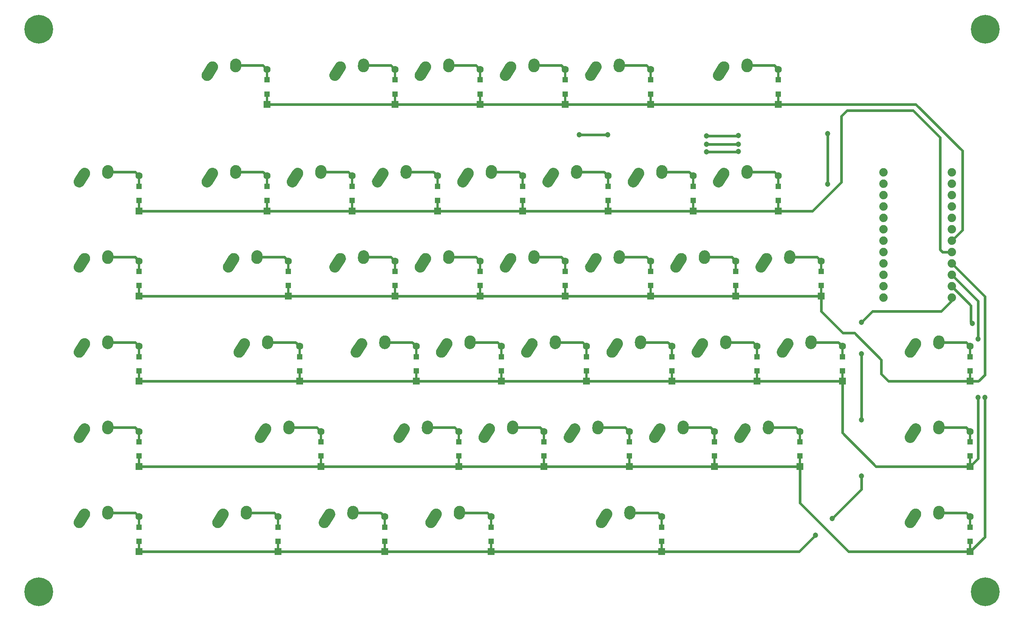
<source format=gtl>
%TF.GenerationSoftware,KiCad,Pcbnew,(5.1.10)-1*%
%TF.CreationDate,2021-10-14T07:24:40+09:00*%
%TF.ProjectId,G_One_PCB,475f4f6e-655f-4504-9342-2e6b69636164,rev?*%
%TF.SameCoordinates,Original*%
%TF.FileFunction,Copper,L1,Top*%
%TF.FilePolarity,Positive*%
%FSLAX46Y46*%
G04 Gerber Fmt 4.6, Leading zero omitted, Abs format (unit mm)*
G04 Created by KiCad (PCBNEW (5.1.10)-1) date 2021-10-14 07:24:40*
%MOMM*%
%LPD*%
G01*
G04 APERTURE LIST*
%TA.AperFunction,ComponentPad*%
%ADD10C,6.400000*%
%TD*%
%TA.AperFunction,ComponentPad*%
%ADD11C,1.879600*%
%TD*%
%TA.AperFunction,SMDPad,CuDef*%
%ADD12R,1.200000X1.200000*%
%TD*%
%TA.AperFunction,ComponentPad*%
%ADD13R,1.600000X1.600000*%
%TD*%
%TA.AperFunction,ComponentPad*%
%ADD14C,1.600000*%
%TD*%
%TA.AperFunction,SMDPad,CuDef*%
%ADD15R,0.500000X2.500000*%
%TD*%
%TA.AperFunction,ViaPad*%
%ADD16C,1.200000*%
%TD*%
%TA.AperFunction,Conductor*%
%ADD17C,0.600000*%
%TD*%
G04 APERTURE END LIST*
D10*
%TO.P,REF\u002A\u002A,1*%
%TO.N,N/C*%
X215130000Y4120000D03*
%TD*%
%TO.P,REF\u002A\u002A,1*%
%TO.N,N/C*%
X215130000Y129630000D03*
%TD*%
%TO.P,REF\u002A\u002A,1*%
%TO.N,N/C*%
X4120000Y4120000D03*
%TD*%
%TO.P,REF\u002A\u002A,1*%
%TO.N,N/C*%
X4120000Y129630000D03*
%TD*%
%TO.P,K28(IoT0)1,2*%
%TO.N,Net-(D28-Pad2)*%
%TA.AperFunction,ComponentPad*%
G36*
G01*
X203503171Y59585691D02*
X203542619Y60164347D01*
G75*
G02*
X204874743Y61326433I1247105J-85019D01*
G01*
X204874743Y61326433D01*
G75*
G02*
X206036829Y59994309I-85019J-1247105D01*
G01*
X205997381Y59415653D01*
G75*
G02*
X204665257Y58253567I-1247105J85019D01*
G01*
X204665257Y58253567D01*
G75*
G02*
X203503171Y59585691I85019J1247105D01*
G01*
G37*
%TD.AperFunction*%
%TO.P,K28(IoT0)1,1*%
%TO.N,/col8*%
%TA.AperFunction,ComponentPad*%
G36*
G01*
X197336299Y58242810D02*
X198545223Y60140440D01*
G75*
G02*
X200271087Y60523054I1054239J-671625D01*
G01*
X200271087Y60523054D01*
G75*
G02*
X200653701Y58797190I-671625J-1054239D01*
G01*
X199444777Y56899560D01*
G75*
G02*
X197718913Y56516946I-1054239J671625D01*
G01*
X197718913Y56516946D01*
G75*
G02*
X197336299Y58242810I671625J1054239D01*
G01*
G37*
%TD.AperFunction*%
%TD*%
D11*
%TO.P,B0,1*%
%TO.N,Net-(B0-Pad1)*%
X192380000Y97700000D03*
%TO.P,B0,2*%
%TO.N,/col0*%
X192380000Y95160000D03*
%TO.P,B0,3*%
%TO.N,Net-(B0-Pad3)*%
X192380000Y92620000D03*
%TO.P,B0,4*%
%TO.N,Net-(B0-Pad4)*%
X192380000Y90080000D03*
%TO.P,B0,5*%
%TO.N,/col1*%
X192380000Y87540000D03*
%TO.P,B0,6*%
%TO.N,/col2*%
X192380000Y85000000D03*
%TO.P,B0,7*%
%TO.N,/col3*%
X192380000Y82460000D03*
%TO.P,B0,8*%
%TO.N,/col4*%
X192380000Y79920000D03*
%TO.P,B0,9*%
%TO.N,/col5*%
X192380000Y77380000D03*
%TO.P,B0,10*%
%TO.N,/col6*%
X192380000Y74840000D03*
%TO.P,B0,11*%
%TO.N,/col7*%
X192380000Y72300000D03*
%TO.P,B0,12*%
%TO.N,/col8*%
X192380000Y69760000D03*
%TO.P,B0,13*%
%TO.N,/row5*%
X207620000Y69760000D03*
%TO.P,B0,14*%
%TO.N,/row4*%
X207620000Y72300000D03*
%TO.P,B0,15*%
%TO.N,/row3*%
X207620000Y74840000D03*
%TO.P,B0,16*%
%TO.N,/row2*%
X207620000Y77380000D03*
%TO.P,B0,17*%
%TO.N,/row1*%
X207620000Y79920000D03*
%TO.P,B0,18*%
%TO.N,/row0*%
X207620000Y82460000D03*
%TO.P,B0,19*%
%TO.N,Net-(B0-Pad19)*%
X207620000Y85000000D03*
%TO.P,B0,20*%
%TO.N,Net-(B0-Pad20)*%
X207620000Y87540000D03*
%TO.P,B0,21*%
%TO.N,Net-(B0-Pad21)*%
X207620000Y90080000D03*
%TO.P,B0,22*%
%TO.N,Net-(B0-Pad22)*%
X207620000Y92620000D03*
%TO.P,B0,23*%
%TO.N,Net-(B0-Pad23)*%
X207620000Y95160000D03*
%TO.P,B0,24*%
%TO.N,Net-(B0-Pad24)*%
X207620000Y97700000D03*
%TD*%
D12*
%TO.P,D1,2*%
%TO.N,Net-(D1-Pad2)*%
X55000000Y118325000D03*
%TO.P,D1,1*%
%TO.N,/row0*%
X55000000Y115175000D03*
D13*
X55000000Y112850000D03*
D14*
%TO.P,D1,2*%
%TO.N,Net-(D1-Pad2)*%
X55000000Y120650000D03*
D15*
%TO.P,D1,1*%
%TO.N,/row0*%
X55000000Y114050000D03*
%TO.P,D1,2*%
%TO.N,Net-(D1-Pad2)*%
X55000000Y119450000D03*
%TD*%
%TO.P,D2,2*%
%TO.N,Net-(D2-Pad2)*%
X83500000Y119450000D03*
%TO.P,D2,1*%
%TO.N,/row0*%
X83500000Y114050000D03*
D14*
%TO.P,D2,2*%
%TO.N,Net-(D2-Pad2)*%
X83500000Y120650000D03*
D13*
%TO.P,D2,1*%
%TO.N,/row0*%
X83500000Y112850000D03*
D12*
X83500000Y115175000D03*
%TO.P,D2,2*%
%TO.N,Net-(D2-Pad2)*%
X83500000Y118325000D03*
%TD*%
%TO.P,D3,2*%
%TO.N,Net-(D3-Pad2)*%
X102500000Y118325000D03*
%TO.P,D3,1*%
%TO.N,/row0*%
X102500000Y115175000D03*
D13*
X102500000Y112850000D03*
D14*
%TO.P,D3,2*%
%TO.N,Net-(D3-Pad2)*%
X102500000Y120650000D03*
D15*
%TO.P,D3,1*%
%TO.N,/row0*%
X102500000Y114050000D03*
%TO.P,D3,2*%
%TO.N,Net-(D3-Pad2)*%
X102500000Y119450000D03*
%TD*%
%TO.P,D4,2*%
%TO.N,Net-(D4-Pad2)*%
X121500000Y119450000D03*
%TO.P,D4,1*%
%TO.N,/row0*%
X121500000Y114050000D03*
D14*
%TO.P,D4,2*%
%TO.N,Net-(D4-Pad2)*%
X121500000Y120650000D03*
D13*
%TO.P,D4,1*%
%TO.N,/row0*%
X121500000Y112850000D03*
D12*
X121500000Y115175000D03*
%TO.P,D4,2*%
%TO.N,Net-(D4-Pad2)*%
X121500000Y118325000D03*
%TD*%
%TO.P,D5,2*%
%TO.N,Net-(D5-Pad2)*%
X140500000Y118325000D03*
%TO.P,D5,1*%
%TO.N,/row0*%
X140500000Y115175000D03*
D13*
X140500000Y112850000D03*
D14*
%TO.P,D5,2*%
%TO.N,Net-(D5-Pad2)*%
X140500000Y120650000D03*
D15*
%TO.P,D5,1*%
%TO.N,/row0*%
X140500000Y114050000D03*
%TO.P,D5,2*%
%TO.N,Net-(D5-Pad2)*%
X140500000Y119450000D03*
%TD*%
D12*
%TO.P,D7,2*%
%TO.N,Net-(D7-Pad2)*%
X169000000Y118325000D03*
%TO.P,D7,1*%
%TO.N,/row0*%
X169000000Y115175000D03*
D13*
X169000000Y112850000D03*
D14*
%TO.P,D7,2*%
%TO.N,Net-(D7-Pad2)*%
X169000000Y120650000D03*
D15*
%TO.P,D7,1*%
%TO.N,/row0*%
X169000000Y114050000D03*
%TO.P,D7,2*%
%TO.N,Net-(D7-Pad2)*%
X169000000Y119450000D03*
%TD*%
%TO.P,D10,2*%
%TO.N,Net-(D10-Pad2)*%
X26500000Y95700000D03*
%TO.P,D10,1*%
%TO.N,/row1*%
X26500000Y90300000D03*
D14*
%TO.P,D10,2*%
%TO.N,Net-(D10-Pad2)*%
X26500000Y96900000D03*
D13*
%TO.P,D10,1*%
%TO.N,/row1*%
X26500000Y89100000D03*
D12*
X26500000Y91425000D03*
%TO.P,D10,2*%
%TO.N,Net-(D10-Pad2)*%
X26500000Y94575000D03*
%TD*%
%TO.P,D11,2*%
%TO.N,Net-(D11-Pad2)*%
X55000000Y94575000D03*
%TO.P,D11,1*%
%TO.N,/row1*%
X55000000Y91425000D03*
D13*
X55000000Y89100000D03*
D14*
%TO.P,D11,2*%
%TO.N,Net-(D11-Pad2)*%
X55000000Y96900000D03*
D15*
%TO.P,D11,1*%
%TO.N,/row1*%
X55000000Y90300000D03*
%TO.P,D11,2*%
%TO.N,Net-(D11-Pad2)*%
X55000000Y95700000D03*
%TD*%
%TO.P,D12,2*%
%TO.N,Net-(D12-Pad2)*%
X74000000Y95700000D03*
%TO.P,D12,1*%
%TO.N,/row1*%
X74000000Y90300000D03*
D14*
%TO.P,D12,2*%
%TO.N,Net-(D12-Pad2)*%
X74000000Y96900000D03*
D13*
%TO.P,D12,1*%
%TO.N,/row1*%
X74000000Y89100000D03*
D12*
X74000000Y91425000D03*
%TO.P,D12,2*%
%TO.N,Net-(D12-Pad2)*%
X74000000Y94575000D03*
%TD*%
D15*
%TO.P,D13,2*%
%TO.N,Net-(D13-Pad2)*%
X93000000Y95700000D03*
%TO.P,D13,1*%
%TO.N,/row1*%
X93000000Y90300000D03*
D14*
%TO.P,D13,2*%
%TO.N,Net-(D13-Pad2)*%
X93000000Y96900000D03*
D13*
%TO.P,D13,1*%
%TO.N,/row1*%
X93000000Y89100000D03*
D12*
X93000000Y91425000D03*
%TO.P,D13,2*%
%TO.N,Net-(D13-Pad2)*%
X93000000Y94575000D03*
%TD*%
%TO.P,D14,2*%
%TO.N,Net-(D14-Pad2)*%
X112000000Y94575000D03*
%TO.P,D14,1*%
%TO.N,/row1*%
X112000000Y91425000D03*
D13*
X112000000Y89100000D03*
D14*
%TO.P,D14,2*%
%TO.N,Net-(D14-Pad2)*%
X112000000Y96900000D03*
D15*
%TO.P,D14,1*%
%TO.N,/row1*%
X112000000Y90300000D03*
%TO.P,D14,2*%
%TO.N,Net-(D14-Pad2)*%
X112000000Y95700000D03*
%TD*%
%TO.P,D15,2*%
%TO.N,Net-(D15-Pad2)*%
X131000000Y95700000D03*
%TO.P,D15,1*%
%TO.N,/row1*%
X131000000Y90300000D03*
D14*
%TO.P,D15,2*%
%TO.N,Net-(D15-Pad2)*%
X131000000Y96900000D03*
D13*
%TO.P,D15,1*%
%TO.N,/row1*%
X131000000Y89100000D03*
D12*
X131000000Y91425000D03*
%TO.P,D15,2*%
%TO.N,Net-(D15-Pad2)*%
X131000000Y94575000D03*
%TD*%
%TO.P,D16,2*%
%TO.N,Net-(D16-Pad2)*%
X150000000Y94575000D03*
%TO.P,D16,1*%
%TO.N,/row1*%
X150000000Y91425000D03*
D13*
X150000000Y89100000D03*
D14*
%TO.P,D16,2*%
%TO.N,Net-(D16-Pad2)*%
X150000000Y96900000D03*
D15*
%TO.P,D16,1*%
%TO.N,/row1*%
X150000000Y90300000D03*
%TO.P,D16,2*%
%TO.N,Net-(D16-Pad2)*%
X150000000Y95700000D03*
%TD*%
%TO.P,D17,2*%
%TO.N,Net-(D17-Pad2)*%
X169000000Y95700000D03*
%TO.P,D17,1*%
%TO.N,/row1*%
X169000000Y90300000D03*
D14*
%TO.P,D17,2*%
%TO.N,Net-(D17-Pad2)*%
X169000000Y96900000D03*
D13*
%TO.P,D17,1*%
%TO.N,/row1*%
X169000000Y89100000D03*
D12*
X169000000Y91425000D03*
%TO.P,D17,2*%
%TO.N,Net-(D17-Pad2)*%
X169000000Y94575000D03*
%TD*%
%TO.P,D20,2*%
%TO.N,Net-(D20-Pad2)*%
X26500000Y75575000D03*
%TO.P,D20,1*%
%TO.N,/row2*%
X26500000Y72425000D03*
D13*
X26500000Y70100000D03*
D14*
%TO.P,D20,2*%
%TO.N,Net-(D20-Pad2)*%
X26500000Y77900000D03*
D15*
%TO.P,D20,1*%
%TO.N,/row2*%
X26500000Y71300000D03*
%TO.P,D20,2*%
%TO.N,Net-(D20-Pad2)*%
X26500000Y76700000D03*
%TD*%
%TO.P,D21,2*%
%TO.N,Net-(D21-Pad2)*%
X59750000Y76700000D03*
%TO.P,D21,1*%
%TO.N,/row2*%
X59750000Y71300000D03*
D14*
%TO.P,D21,2*%
%TO.N,Net-(D21-Pad2)*%
X59750000Y77900000D03*
D13*
%TO.P,D21,1*%
%TO.N,/row2*%
X59750000Y70100000D03*
D12*
X59750000Y72425000D03*
%TO.P,D21,2*%
%TO.N,Net-(D21-Pad2)*%
X59750000Y75575000D03*
%TD*%
%TO.P,D22,2*%
%TO.N,Net-(D22-Pad2)*%
X83500000Y75575000D03*
%TO.P,D22,1*%
%TO.N,/row2*%
X83500000Y72425000D03*
D13*
X83500000Y70100000D03*
D14*
%TO.P,D22,2*%
%TO.N,Net-(D22-Pad2)*%
X83500000Y77900000D03*
D15*
%TO.P,D22,1*%
%TO.N,/row2*%
X83500000Y71300000D03*
%TO.P,D22,2*%
%TO.N,Net-(D22-Pad2)*%
X83500000Y76700000D03*
%TD*%
%TO.P,D23,2*%
%TO.N,Net-(D23-Pad2)*%
X102500000Y76700000D03*
%TO.P,D23,1*%
%TO.N,/row2*%
X102500000Y71300000D03*
D14*
%TO.P,D23,2*%
%TO.N,Net-(D23-Pad2)*%
X102500000Y77900000D03*
D13*
%TO.P,D23,1*%
%TO.N,/row2*%
X102500000Y70100000D03*
D12*
X102500000Y72425000D03*
%TO.P,D23,2*%
%TO.N,Net-(D23-Pad2)*%
X102500000Y75575000D03*
%TD*%
%TO.P,D24,2*%
%TO.N,Net-(D24-Pad2)*%
X121500000Y75575000D03*
%TO.P,D24,1*%
%TO.N,/row2*%
X121500000Y72425000D03*
D13*
X121500000Y70100000D03*
D14*
%TO.P,D24,2*%
%TO.N,Net-(D24-Pad2)*%
X121500000Y77900000D03*
D15*
%TO.P,D24,1*%
%TO.N,/row2*%
X121500000Y71300000D03*
%TO.P,D24,2*%
%TO.N,Net-(D24-Pad2)*%
X121500000Y76700000D03*
%TD*%
%TO.P,D25,2*%
%TO.N,Net-(D25-Pad2)*%
X140500000Y76700000D03*
%TO.P,D25,1*%
%TO.N,/row2*%
X140500000Y71300000D03*
D14*
%TO.P,D25,2*%
%TO.N,Net-(D25-Pad2)*%
X140500000Y77900000D03*
D13*
%TO.P,D25,1*%
%TO.N,/row2*%
X140500000Y70100000D03*
D12*
X140500000Y72425000D03*
%TO.P,D25,2*%
%TO.N,Net-(D25-Pad2)*%
X140500000Y75575000D03*
%TD*%
%TO.P,D26,2*%
%TO.N,Net-(D26-Pad2)*%
X159500000Y75575000D03*
%TO.P,D26,1*%
%TO.N,/row2*%
X159500000Y72425000D03*
D13*
X159500000Y70100000D03*
D14*
%TO.P,D26,2*%
%TO.N,Net-(D26-Pad2)*%
X159500000Y77900000D03*
D15*
%TO.P,D26,1*%
%TO.N,/row2*%
X159500000Y71300000D03*
%TO.P,D26,2*%
%TO.N,Net-(D26-Pad2)*%
X159500000Y76700000D03*
%TD*%
%TO.P,D27,2*%
%TO.N,Net-(D27-Pad2)*%
X178500000Y76700000D03*
%TO.P,D27,1*%
%TO.N,/row2*%
X178500000Y71300000D03*
D14*
%TO.P,D27,2*%
%TO.N,Net-(D27-Pad2)*%
X178500000Y77900000D03*
D13*
%TO.P,D27,1*%
%TO.N,/row2*%
X178500000Y70100000D03*
D12*
X178500000Y72425000D03*
%TO.P,D27,2*%
%TO.N,Net-(D27-Pad2)*%
X178500000Y75575000D03*
%TD*%
%TO.P,D28,2*%
%TO.N,Net-(D28-Pad2)*%
X211750000Y56575000D03*
%TO.P,D28,1*%
%TO.N,/row2*%
X211750000Y53425000D03*
D13*
X211750000Y51100000D03*
D14*
%TO.P,D28,2*%
%TO.N,Net-(D28-Pad2)*%
X211750000Y58900000D03*
D15*
%TO.P,D28,1*%
%TO.N,/row2*%
X211750000Y52300000D03*
%TO.P,D28,2*%
%TO.N,Net-(D28-Pad2)*%
X211750000Y57700000D03*
%TD*%
D12*
%TO.P,D30,2*%
%TO.N,Net-(D30-Pad2)*%
X26500000Y56575000D03*
%TO.P,D30,1*%
%TO.N,/row3*%
X26500000Y53425000D03*
D13*
X26500000Y51100000D03*
D14*
%TO.P,D30,2*%
%TO.N,Net-(D30-Pad2)*%
X26500000Y58900000D03*
D15*
%TO.P,D30,1*%
%TO.N,/row3*%
X26500000Y52300000D03*
%TO.P,D30,2*%
%TO.N,Net-(D30-Pad2)*%
X26500000Y57700000D03*
%TD*%
D12*
%TO.P,D31,2*%
%TO.N,Net-(D31-Pad2)*%
X62250000Y56575000D03*
%TO.P,D31,1*%
%TO.N,/row3*%
X62250000Y53425000D03*
D13*
X62250000Y51100000D03*
D14*
%TO.P,D31,2*%
%TO.N,Net-(D31-Pad2)*%
X62250000Y58900000D03*
D15*
%TO.P,D31,1*%
%TO.N,/row3*%
X62250000Y52300000D03*
%TO.P,D31,2*%
%TO.N,Net-(D31-Pad2)*%
X62250000Y57700000D03*
%TD*%
%TO.P,D32,2*%
%TO.N,Net-(D32-Pad2)*%
X88250000Y57700000D03*
%TO.P,D32,1*%
%TO.N,/row3*%
X88250000Y52300000D03*
D14*
%TO.P,D32,2*%
%TO.N,Net-(D32-Pad2)*%
X88250000Y58900000D03*
D13*
%TO.P,D32,1*%
%TO.N,/row3*%
X88250000Y51100000D03*
D12*
X88250000Y53425000D03*
%TO.P,D32,2*%
%TO.N,Net-(D32-Pad2)*%
X88250000Y56575000D03*
%TD*%
%TO.P,D33,2*%
%TO.N,Net-(D33-Pad2)*%
X107250000Y56575000D03*
%TO.P,D33,1*%
%TO.N,/row3*%
X107250000Y53425000D03*
D13*
X107250000Y51100000D03*
D14*
%TO.P,D33,2*%
%TO.N,Net-(D33-Pad2)*%
X107250000Y58900000D03*
D15*
%TO.P,D33,1*%
%TO.N,/row3*%
X107250000Y52300000D03*
%TO.P,D33,2*%
%TO.N,Net-(D33-Pad2)*%
X107250000Y57700000D03*
%TD*%
%TO.P,D34,2*%
%TO.N,Net-(D34-Pad2)*%
X126250000Y57700000D03*
%TO.P,D34,1*%
%TO.N,/row3*%
X126250000Y52300000D03*
D14*
%TO.P,D34,2*%
%TO.N,Net-(D34-Pad2)*%
X126250000Y58900000D03*
D13*
%TO.P,D34,1*%
%TO.N,/row3*%
X126250000Y51100000D03*
D12*
X126250000Y53425000D03*
%TO.P,D34,2*%
%TO.N,Net-(D34-Pad2)*%
X126250000Y56575000D03*
%TD*%
%TO.P,D35,2*%
%TO.N,Net-(D35-Pad2)*%
X145250000Y56575000D03*
%TO.P,D35,1*%
%TO.N,/row3*%
X145250000Y53425000D03*
D13*
X145250000Y51100000D03*
D14*
%TO.P,D35,2*%
%TO.N,Net-(D35-Pad2)*%
X145250000Y58900000D03*
D15*
%TO.P,D35,1*%
%TO.N,/row3*%
X145250000Y52300000D03*
%TO.P,D35,2*%
%TO.N,Net-(D35-Pad2)*%
X145250000Y57700000D03*
%TD*%
D12*
%TO.P,D36,2*%
%TO.N,Net-(D36-Pad2)*%
X164250000Y56575000D03*
%TO.P,D36,1*%
%TO.N,/row3*%
X164250000Y53425000D03*
D13*
X164250000Y51100000D03*
D14*
%TO.P,D36,2*%
%TO.N,Net-(D36-Pad2)*%
X164250000Y58900000D03*
D15*
%TO.P,D36,1*%
%TO.N,/row3*%
X164250000Y52300000D03*
%TO.P,D36,2*%
%TO.N,Net-(D36-Pad2)*%
X164250000Y57700000D03*
%TD*%
%TO.P,D37,2*%
%TO.N,Net-(D37-Pad2)*%
X183250000Y57700000D03*
%TO.P,D37,1*%
%TO.N,/row3*%
X183250000Y52300000D03*
D14*
%TO.P,D37,2*%
%TO.N,Net-(D37-Pad2)*%
X183250000Y58900000D03*
D13*
%TO.P,D37,1*%
%TO.N,/row3*%
X183250000Y51100000D03*
D12*
X183250000Y53425000D03*
%TO.P,D37,2*%
%TO.N,Net-(D37-Pad2)*%
X183250000Y56575000D03*
%TD*%
%TO.P,D38,2*%
%TO.N,Net-(D38-Pad2)*%
X211750000Y37575000D03*
%TO.P,D38,1*%
%TO.N,/row3*%
X211750000Y34425000D03*
D13*
X211750000Y32100000D03*
D14*
%TO.P,D38,2*%
%TO.N,Net-(D38-Pad2)*%
X211750000Y39900000D03*
D15*
%TO.P,D38,1*%
%TO.N,/row3*%
X211750000Y33300000D03*
%TO.P,D38,2*%
%TO.N,Net-(D38-Pad2)*%
X211750000Y38700000D03*
%TD*%
%TO.P,D40,2*%
%TO.N,Net-(D40-Pad2)*%
X26500000Y38700000D03*
%TO.P,D40,1*%
%TO.N,/row4*%
X26500000Y33300000D03*
D14*
%TO.P,D40,2*%
%TO.N,Net-(D40-Pad2)*%
X26500000Y39900000D03*
D13*
%TO.P,D40,1*%
%TO.N,/row4*%
X26500000Y32100000D03*
D12*
X26500000Y34425000D03*
%TO.P,D40,2*%
%TO.N,Net-(D40-Pad2)*%
X26500000Y37575000D03*
%TD*%
D15*
%TO.P,D41,2*%
%TO.N,Net-(D41-Pad2)*%
X67000000Y38700000D03*
%TO.P,D41,1*%
%TO.N,/row4*%
X67000000Y33300000D03*
D14*
%TO.P,D41,2*%
%TO.N,Net-(D41-Pad2)*%
X67000000Y39900000D03*
D13*
%TO.P,D41,1*%
%TO.N,/row4*%
X67000000Y32100000D03*
D12*
X67000000Y34425000D03*
%TO.P,D41,2*%
%TO.N,Net-(D41-Pad2)*%
X67000000Y37575000D03*
%TD*%
%TO.P,D42,2*%
%TO.N,Net-(D42-Pad2)*%
X97750000Y37575000D03*
%TO.P,D42,1*%
%TO.N,/row4*%
X97750000Y34425000D03*
D13*
X97750000Y32100000D03*
D14*
%TO.P,D42,2*%
%TO.N,Net-(D42-Pad2)*%
X97750000Y39900000D03*
D15*
%TO.P,D42,1*%
%TO.N,/row4*%
X97750000Y33300000D03*
%TO.P,D42,2*%
%TO.N,Net-(D42-Pad2)*%
X97750000Y38700000D03*
%TD*%
%TO.P,D43,2*%
%TO.N,Net-(D43-Pad2)*%
X116750000Y38700000D03*
%TO.P,D43,1*%
%TO.N,/row4*%
X116750000Y33300000D03*
D14*
%TO.P,D43,2*%
%TO.N,Net-(D43-Pad2)*%
X116750000Y39900000D03*
D13*
%TO.P,D43,1*%
%TO.N,/row4*%
X116750000Y32100000D03*
D12*
X116750000Y34425000D03*
%TO.P,D43,2*%
%TO.N,Net-(D43-Pad2)*%
X116750000Y37575000D03*
%TD*%
%TO.P,D44,2*%
%TO.N,Net-(D44-Pad2)*%
X135750000Y37575000D03*
%TO.P,D44,1*%
%TO.N,/row4*%
X135750000Y34425000D03*
D13*
X135750000Y32100000D03*
D14*
%TO.P,D44,2*%
%TO.N,Net-(D44-Pad2)*%
X135750000Y39900000D03*
D15*
%TO.P,D44,1*%
%TO.N,/row4*%
X135750000Y33300000D03*
%TO.P,D44,2*%
%TO.N,Net-(D44-Pad2)*%
X135750000Y38700000D03*
%TD*%
%TO.P,D45,2*%
%TO.N,Net-(D45-Pad2)*%
X154750000Y38700000D03*
%TO.P,D45,1*%
%TO.N,/row4*%
X154750000Y33300000D03*
D14*
%TO.P,D45,2*%
%TO.N,Net-(D45-Pad2)*%
X154750000Y39900000D03*
D13*
%TO.P,D45,1*%
%TO.N,/row4*%
X154750000Y32100000D03*
D12*
X154750000Y34425000D03*
%TO.P,D45,2*%
%TO.N,Net-(D45-Pad2)*%
X154750000Y37575000D03*
%TD*%
D15*
%TO.P,D46,2*%
%TO.N,Net-(D46-Pad2)*%
X173750000Y38700000D03*
%TO.P,D46,1*%
%TO.N,/row4*%
X173750000Y33300000D03*
D14*
%TO.P,D46,2*%
%TO.N,Net-(D46-Pad2)*%
X173750000Y39900000D03*
D13*
%TO.P,D46,1*%
%TO.N,/row4*%
X173750000Y32100000D03*
D12*
X173750000Y34425000D03*
%TO.P,D46,2*%
%TO.N,Net-(D46-Pad2)*%
X173750000Y37575000D03*
%TD*%
D15*
%TO.P,D48,2*%
%TO.N,Net-(D48-Pad2)*%
X211750000Y19700000D03*
%TO.P,D48,1*%
%TO.N,/row4*%
X211750000Y14300000D03*
D14*
%TO.P,D48,2*%
%TO.N,Net-(D48-Pad2)*%
X211750000Y20900000D03*
D13*
%TO.P,D48,1*%
%TO.N,/row4*%
X211750000Y13100000D03*
D12*
X211750000Y15425000D03*
%TO.P,D48,2*%
%TO.N,Net-(D48-Pad2)*%
X211750000Y18575000D03*
%TD*%
%TO.P,D50,2*%
%TO.N,Net-(D50-Pad2)*%
X26500000Y18575000D03*
%TO.P,D50,1*%
%TO.N,/row5*%
X26500000Y15425000D03*
D13*
X26500000Y13100000D03*
D14*
%TO.P,D50,2*%
%TO.N,Net-(D50-Pad2)*%
X26500000Y20900000D03*
D15*
%TO.P,D50,1*%
%TO.N,/row5*%
X26500000Y14300000D03*
%TO.P,D50,2*%
%TO.N,Net-(D50-Pad2)*%
X26500000Y19700000D03*
%TD*%
D12*
%TO.P,D51,2*%
%TO.N,Net-(D51-Pad2)*%
X57500000Y18575000D03*
%TO.P,D51,1*%
%TO.N,/row5*%
X57500000Y15425000D03*
D13*
X57500000Y13100000D03*
D14*
%TO.P,D51,2*%
%TO.N,Net-(D51-Pad2)*%
X57500000Y20900000D03*
D15*
%TO.P,D51,1*%
%TO.N,/row5*%
X57500000Y14300000D03*
%TO.P,D51,2*%
%TO.N,Net-(D51-Pad2)*%
X57500000Y19700000D03*
%TD*%
%TO.P,D52,2*%
%TO.N,Net-(D52-Pad2)*%
X81250000Y19700000D03*
%TO.P,D52,1*%
%TO.N,/row5*%
X81250000Y14300000D03*
D14*
%TO.P,D52,2*%
%TO.N,Net-(D52-Pad2)*%
X81250000Y20900000D03*
D13*
%TO.P,D52,1*%
%TO.N,/row5*%
X81250000Y13100000D03*
D12*
X81250000Y15425000D03*
%TO.P,D52,2*%
%TO.N,Net-(D52-Pad2)*%
X81250000Y18575000D03*
%TD*%
D15*
%TO.P,D53,2*%
%TO.N,Net-(D53-Pad2)*%
X105000000Y19700000D03*
%TO.P,D53,1*%
%TO.N,/row5*%
X105000000Y14300000D03*
D14*
%TO.P,D53,2*%
%TO.N,Net-(D53-Pad2)*%
X105000000Y20900000D03*
D13*
%TO.P,D53,1*%
%TO.N,/row5*%
X105000000Y13100000D03*
D12*
X105000000Y15425000D03*
%TO.P,D53,2*%
%TO.N,Net-(D53-Pad2)*%
X105000000Y18575000D03*
%TD*%
%TO.P,D54,2*%
%TO.N,Net-(D54-Pad2)*%
X143000000Y18575000D03*
%TO.P,D54,1*%
%TO.N,/row5*%
X143000000Y15425000D03*
D13*
X143000000Y13100000D03*
D14*
%TO.P,D54,2*%
%TO.N,Net-(D54-Pad2)*%
X143000000Y20900000D03*
D15*
%TO.P,D54,1*%
%TO.N,/row5*%
X143000000Y14300000D03*
%TO.P,D54,2*%
%TO.N,Net-(D54-Pad2)*%
X143000000Y19700000D03*
%TD*%
%TO.P,K01(ESC)1,2*%
%TO.N,Net-(D1-Pad2)*%
%TA.AperFunction,ComponentPad*%
G36*
G01*
X46753171Y121335691D02*
X46792619Y121914347D01*
G75*
G02*
X48124743Y123076433I1247105J-85019D01*
G01*
X48124743Y123076433D01*
G75*
G02*
X49286829Y121744309I-85019J-1247105D01*
G01*
X49247381Y121165653D01*
G75*
G02*
X47915257Y120003567I-1247105J85019D01*
G01*
X47915257Y120003567D01*
G75*
G02*
X46753171Y121335691I85019J1247105D01*
G01*
G37*
%TD.AperFunction*%
%TO.P,K01(ESC)1,1*%
%TO.N,/col1*%
%TA.AperFunction,ComponentPad*%
G36*
G01*
X40586299Y119992810D02*
X41795223Y121890440D01*
G75*
G02*
X43521087Y122273054I1054239J-671625D01*
G01*
X43521087Y122273054D01*
G75*
G02*
X43903701Y120547190I-671625J-1054239D01*
G01*
X42694777Y118649560D01*
G75*
G02*
X40968913Y118266946I-1054239J671625D01*
G01*
X40968913Y118266946D01*
G75*
G02*
X40586299Y119992810I671625J1054239D01*
G01*
G37*
%TD.AperFunction*%
%TD*%
%TO.P,K02(F1)1,2*%
%TO.N,Net-(D2-Pad2)*%
%TA.AperFunction,ComponentPad*%
G36*
G01*
X75253171Y121335691D02*
X75292619Y121914347D01*
G75*
G02*
X76624743Y123076433I1247105J-85019D01*
G01*
X76624743Y123076433D01*
G75*
G02*
X77786829Y121744309I-85019J-1247105D01*
G01*
X77747381Y121165653D01*
G75*
G02*
X76415257Y120003567I-1247105J85019D01*
G01*
X76415257Y120003567D01*
G75*
G02*
X75253171Y121335691I85019J1247105D01*
G01*
G37*
%TD.AperFunction*%
%TO.P,K02(F1)1,1*%
%TO.N,/col2*%
%TA.AperFunction,ComponentPad*%
G36*
G01*
X69086299Y119992810D02*
X70295223Y121890440D01*
G75*
G02*
X72021087Y122273054I1054239J-671625D01*
G01*
X72021087Y122273054D01*
G75*
G02*
X72403701Y120547190I-671625J-1054239D01*
G01*
X71194777Y118649560D01*
G75*
G02*
X69468913Y118266946I-1054239J671625D01*
G01*
X69468913Y118266946D01*
G75*
G02*
X69086299Y119992810I671625J1054239D01*
G01*
G37*
%TD.AperFunction*%
%TD*%
%TO.P,K03(F2)1,1*%
%TO.N,/col3*%
%TA.AperFunction,ComponentPad*%
G36*
G01*
X88086299Y119992810D02*
X89295223Y121890440D01*
G75*
G02*
X91021087Y122273054I1054239J-671625D01*
G01*
X91021087Y122273054D01*
G75*
G02*
X91403701Y120547190I-671625J-1054239D01*
G01*
X90194777Y118649560D01*
G75*
G02*
X88468913Y118266946I-1054239J671625D01*
G01*
X88468913Y118266946D01*
G75*
G02*
X88086299Y119992810I671625J1054239D01*
G01*
G37*
%TD.AperFunction*%
%TO.P,K03(F2)1,2*%
%TO.N,Net-(D3-Pad2)*%
%TA.AperFunction,ComponentPad*%
G36*
G01*
X94253171Y121335691D02*
X94292619Y121914347D01*
G75*
G02*
X95624743Y123076433I1247105J-85019D01*
G01*
X95624743Y123076433D01*
G75*
G02*
X96786829Y121744309I-85019J-1247105D01*
G01*
X96747381Y121165653D01*
G75*
G02*
X95415257Y120003567I-1247105J85019D01*
G01*
X95415257Y120003567D01*
G75*
G02*
X94253171Y121335691I85019J1247105D01*
G01*
G37*
%TD.AperFunction*%
%TD*%
%TO.P,K04(F3)1,1*%
%TO.N,/col4*%
%TA.AperFunction,ComponentPad*%
G36*
G01*
X107086299Y119992810D02*
X108295223Y121890440D01*
G75*
G02*
X110021087Y122273054I1054239J-671625D01*
G01*
X110021087Y122273054D01*
G75*
G02*
X110403701Y120547190I-671625J-1054239D01*
G01*
X109194777Y118649560D01*
G75*
G02*
X107468913Y118266946I-1054239J671625D01*
G01*
X107468913Y118266946D01*
G75*
G02*
X107086299Y119992810I671625J1054239D01*
G01*
G37*
%TD.AperFunction*%
%TO.P,K04(F3)1,2*%
%TO.N,Net-(D4-Pad2)*%
%TA.AperFunction,ComponentPad*%
G36*
G01*
X113253171Y121335691D02*
X113292619Y121914347D01*
G75*
G02*
X114624743Y123076433I1247105J-85019D01*
G01*
X114624743Y123076433D01*
G75*
G02*
X115786829Y121744309I-85019J-1247105D01*
G01*
X115747381Y121165653D01*
G75*
G02*
X114415257Y120003567I-1247105J85019D01*
G01*
X114415257Y120003567D01*
G75*
G02*
X113253171Y121335691I85019J1247105D01*
G01*
G37*
%TD.AperFunction*%
%TD*%
%TO.P,K05(F4)1,2*%
%TO.N,Net-(D5-Pad2)*%
%TA.AperFunction,ComponentPad*%
G36*
G01*
X132253171Y121335691D02*
X132292619Y121914347D01*
G75*
G02*
X133624743Y123076433I1247105J-85019D01*
G01*
X133624743Y123076433D01*
G75*
G02*
X134786829Y121744309I-85019J-1247105D01*
G01*
X134747381Y121165653D01*
G75*
G02*
X133415257Y120003567I-1247105J85019D01*
G01*
X133415257Y120003567D01*
G75*
G02*
X132253171Y121335691I85019J1247105D01*
G01*
G37*
%TD.AperFunction*%
%TO.P,K05(F4)1,1*%
%TO.N,/col5*%
%TA.AperFunction,ComponentPad*%
G36*
G01*
X126086299Y119992810D02*
X127295223Y121890440D01*
G75*
G02*
X129021087Y122273054I1054239J-671625D01*
G01*
X129021087Y122273054D01*
G75*
G02*
X129403701Y120547190I-671625J-1054239D01*
G01*
X128194777Y118649560D01*
G75*
G02*
X126468913Y118266946I-1054239J671625D01*
G01*
X126468913Y118266946D01*
G75*
G02*
X126086299Y119992810I671625J1054239D01*
G01*
G37*
%TD.AperFunction*%
%TD*%
%TO.P,K07(F5)1,1*%
%TO.N,/col7*%
%TA.AperFunction,ComponentPad*%
G36*
G01*
X154586299Y119992810D02*
X155795223Y121890440D01*
G75*
G02*
X157521087Y122273054I1054239J-671625D01*
G01*
X157521087Y122273054D01*
G75*
G02*
X157903701Y120547190I-671625J-1054239D01*
G01*
X156694777Y118649560D01*
G75*
G02*
X154968913Y118266946I-1054239J671625D01*
G01*
X154968913Y118266946D01*
G75*
G02*
X154586299Y119992810I671625J1054239D01*
G01*
G37*
%TD.AperFunction*%
%TO.P,K07(F5)1,2*%
%TO.N,Net-(D7-Pad2)*%
%TA.AperFunction,ComponentPad*%
G36*
G01*
X160753171Y121335691D02*
X160792619Y121914347D01*
G75*
G02*
X162124743Y123076433I1247105J-85019D01*
G01*
X162124743Y123076433D01*
G75*
G02*
X163286829Y121744309I-85019J-1247105D01*
G01*
X163247381Y121165653D01*
G75*
G02*
X161915257Y120003567I-1247105J85019D01*
G01*
X161915257Y120003567D01*
G75*
G02*
X160753171Y121335691I85019J1247105D01*
G01*
G37*
%TD.AperFunction*%
%TD*%
%TO.P,K10(M0)1,1*%
%TO.N,/col0*%
%TA.AperFunction,ComponentPad*%
G36*
G01*
X12086299Y96242810D02*
X13295223Y98140440D01*
G75*
G02*
X15021087Y98523054I1054239J-671625D01*
G01*
X15021087Y98523054D01*
G75*
G02*
X15403701Y96797190I-671625J-1054239D01*
G01*
X14194777Y94899560D01*
G75*
G02*
X12468913Y94516946I-1054239J671625D01*
G01*
X12468913Y94516946D01*
G75*
G02*
X12086299Y96242810I671625J1054239D01*
G01*
G37*
%TD.AperFunction*%
%TO.P,K10(M0)1,2*%
%TO.N,Net-(D10-Pad2)*%
%TA.AperFunction,ComponentPad*%
G36*
G01*
X18253171Y97585691D02*
X18292619Y98164347D01*
G75*
G02*
X19624743Y99326433I1247105J-85019D01*
G01*
X19624743Y99326433D01*
G75*
G02*
X20786829Y97994309I-85019J-1247105D01*
G01*
X20747381Y97415653D01*
G75*
G02*
X19415257Y96253567I-1247105J85019D01*
G01*
X19415257Y96253567D01*
G75*
G02*
X18253171Y97585691I85019J1247105D01*
G01*
G37*
%TD.AperFunction*%
%TD*%
%TO.P,K11(_`_)1,1*%
%TO.N,/col1*%
%TA.AperFunction,ComponentPad*%
G36*
G01*
X40586299Y96242810D02*
X41795223Y98140440D01*
G75*
G02*
X43521087Y98523054I1054239J-671625D01*
G01*
X43521087Y98523054D01*
G75*
G02*
X43903701Y96797190I-671625J-1054239D01*
G01*
X42694777Y94899560D01*
G75*
G02*
X40968913Y94516946I-1054239J671625D01*
G01*
X40968913Y94516946D01*
G75*
G02*
X40586299Y96242810I671625J1054239D01*
G01*
G37*
%TD.AperFunction*%
%TO.P,K11(_`_)1,2*%
%TO.N,Net-(D11-Pad2)*%
%TA.AperFunction,ComponentPad*%
G36*
G01*
X46753171Y97585691D02*
X46792619Y98164347D01*
G75*
G02*
X48124743Y99326433I1247105J-85019D01*
G01*
X48124743Y99326433D01*
G75*
G02*
X49286829Y97994309I-85019J-1247105D01*
G01*
X49247381Y97415653D01*
G75*
G02*
X47915257Y96253567I-1247105J85019D01*
G01*
X47915257Y96253567D01*
G75*
G02*
X46753171Y97585691I85019J1247105D01*
G01*
G37*
%TD.AperFunction*%
%TD*%
%TO.P,K12(1!)1,2*%
%TO.N,Net-(D12-Pad2)*%
%TA.AperFunction,ComponentPad*%
G36*
G01*
X65753171Y97585691D02*
X65792619Y98164347D01*
G75*
G02*
X67124743Y99326433I1247105J-85019D01*
G01*
X67124743Y99326433D01*
G75*
G02*
X68286829Y97994309I-85019J-1247105D01*
G01*
X68247381Y97415653D01*
G75*
G02*
X66915257Y96253567I-1247105J85019D01*
G01*
X66915257Y96253567D01*
G75*
G02*
X65753171Y97585691I85019J1247105D01*
G01*
G37*
%TD.AperFunction*%
%TO.P,K12(1!)1,1*%
%TO.N,/col2*%
%TA.AperFunction,ComponentPad*%
G36*
G01*
X59586299Y96242810D02*
X60795223Y98140440D01*
G75*
G02*
X62521087Y98523054I1054239J-671625D01*
G01*
X62521087Y98523054D01*
G75*
G02*
X62903701Y96797190I-671625J-1054239D01*
G01*
X61694777Y94899560D01*
G75*
G02*
X59968913Y94516946I-1054239J671625D01*
G01*
X59968913Y94516946D01*
G75*
G02*
X59586299Y96242810I671625J1054239D01*
G01*
G37*
%TD.AperFunction*%
%TD*%
%TO.P,K13(2@)1,2*%
%TO.N,Net-(D13-Pad2)*%
%TA.AperFunction,ComponentPad*%
G36*
G01*
X84753171Y97585691D02*
X84792619Y98164347D01*
G75*
G02*
X86124743Y99326433I1247105J-85019D01*
G01*
X86124743Y99326433D01*
G75*
G02*
X87286829Y97994309I-85019J-1247105D01*
G01*
X87247381Y97415653D01*
G75*
G02*
X85915257Y96253567I-1247105J85019D01*
G01*
X85915257Y96253567D01*
G75*
G02*
X84753171Y97585691I85019J1247105D01*
G01*
G37*
%TD.AperFunction*%
%TO.P,K13(2@)1,1*%
%TO.N,/col3*%
%TA.AperFunction,ComponentPad*%
G36*
G01*
X78586299Y96242810D02*
X79795223Y98140440D01*
G75*
G02*
X81521087Y98523054I1054239J-671625D01*
G01*
X81521087Y98523054D01*
G75*
G02*
X81903701Y96797190I-671625J-1054239D01*
G01*
X80694777Y94899560D01*
G75*
G02*
X78968913Y94516946I-1054239J671625D01*
G01*
X78968913Y94516946D01*
G75*
G02*
X78586299Y96242810I671625J1054239D01*
G01*
G37*
%TD.AperFunction*%
%TD*%
%TO.P,K14(3#)1,2*%
%TO.N,Net-(D14-Pad2)*%
%TA.AperFunction,ComponentPad*%
G36*
G01*
X103753171Y97585691D02*
X103792619Y98164347D01*
G75*
G02*
X105124743Y99326433I1247105J-85019D01*
G01*
X105124743Y99326433D01*
G75*
G02*
X106286829Y97994309I-85019J-1247105D01*
G01*
X106247381Y97415653D01*
G75*
G02*
X104915257Y96253567I-1247105J85019D01*
G01*
X104915257Y96253567D01*
G75*
G02*
X103753171Y97585691I85019J1247105D01*
G01*
G37*
%TD.AperFunction*%
%TO.P,K14(3#)1,1*%
%TO.N,/col4*%
%TA.AperFunction,ComponentPad*%
G36*
G01*
X97586299Y96242810D02*
X98795223Y98140440D01*
G75*
G02*
X100521087Y98523054I1054239J-671625D01*
G01*
X100521087Y98523054D01*
G75*
G02*
X100903701Y96797190I-671625J-1054239D01*
G01*
X99694777Y94899560D01*
G75*
G02*
X97968913Y94516946I-1054239J671625D01*
G01*
X97968913Y94516946D01*
G75*
G02*
X97586299Y96242810I671625J1054239D01*
G01*
G37*
%TD.AperFunction*%
%TD*%
%TO.P,K15(4$)1,1*%
%TO.N,/col5*%
%TA.AperFunction,ComponentPad*%
G36*
G01*
X116586299Y96242810D02*
X117795223Y98140440D01*
G75*
G02*
X119521087Y98523054I1054239J-671625D01*
G01*
X119521087Y98523054D01*
G75*
G02*
X119903701Y96797190I-671625J-1054239D01*
G01*
X118694777Y94899560D01*
G75*
G02*
X116968913Y94516946I-1054239J671625D01*
G01*
X116968913Y94516946D01*
G75*
G02*
X116586299Y96242810I671625J1054239D01*
G01*
G37*
%TD.AperFunction*%
%TO.P,K15(4$)1,2*%
%TO.N,Net-(D15-Pad2)*%
%TA.AperFunction,ComponentPad*%
G36*
G01*
X122753171Y97585691D02*
X122792619Y98164347D01*
G75*
G02*
X124124743Y99326433I1247105J-85019D01*
G01*
X124124743Y99326433D01*
G75*
G02*
X125286829Y97994309I-85019J-1247105D01*
G01*
X125247381Y97415653D01*
G75*
G02*
X123915257Y96253567I-1247105J85019D01*
G01*
X123915257Y96253567D01*
G75*
G02*
X122753171Y97585691I85019J1247105D01*
G01*
G37*
%TD.AperFunction*%
%TD*%
%TO.P,K16(5\u0025)1,2*%
%TO.N,Net-(D16-Pad2)*%
%TA.AperFunction,ComponentPad*%
G36*
G01*
X141753171Y97585691D02*
X141792619Y98164347D01*
G75*
G02*
X143124743Y99326433I1247105J-85019D01*
G01*
X143124743Y99326433D01*
G75*
G02*
X144286829Y97994309I-85019J-1247105D01*
G01*
X144247381Y97415653D01*
G75*
G02*
X142915257Y96253567I-1247105J85019D01*
G01*
X142915257Y96253567D01*
G75*
G02*
X141753171Y97585691I85019J1247105D01*
G01*
G37*
%TD.AperFunction*%
%TO.P,K16(5\u0025)1,1*%
%TO.N,/col6*%
%TA.AperFunction,ComponentPad*%
G36*
G01*
X135586299Y96242810D02*
X136795223Y98140440D01*
G75*
G02*
X138521087Y98523054I1054239J-671625D01*
G01*
X138521087Y98523054D01*
G75*
G02*
X138903701Y96797190I-671625J-1054239D01*
G01*
X137694777Y94899560D01*
G75*
G02*
X135968913Y94516946I-1054239J671625D01*
G01*
X135968913Y94516946D01*
G75*
G02*
X135586299Y96242810I671625J1054239D01*
G01*
G37*
%TD.AperFunction*%
%TD*%
%TO.P,K17(6^)1,1*%
%TO.N,/col7*%
%TA.AperFunction,ComponentPad*%
G36*
G01*
X154586299Y96242810D02*
X155795223Y98140440D01*
G75*
G02*
X157521087Y98523054I1054239J-671625D01*
G01*
X157521087Y98523054D01*
G75*
G02*
X157903701Y96797190I-671625J-1054239D01*
G01*
X156694777Y94899560D01*
G75*
G02*
X154968913Y94516946I-1054239J671625D01*
G01*
X154968913Y94516946D01*
G75*
G02*
X154586299Y96242810I671625J1054239D01*
G01*
G37*
%TD.AperFunction*%
%TO.P,K17(6^)1,2*%
%TO.N,Net-(D17-Pad2)*%
%TA.AperFunction,ComponentPad*%
G36*
G01*
X160753171Y97585691D02*
X160792619Y98164347D01*
G75*
G02*
X162124743Y99326433I1247105J-85019D01*
G01*
X162124743Y99326433D01*
G75*
G02*
X163286829Y97994309I-85019J-1247105D01*
G01*
X163247381Y97415653D01*
G75*
G02*
X161915257Y96253567I-1247105J85019D01*
G01*
X161915257Y96253567D01*
G75*
G02*
X160753171Y97585691I85019J1247105D01*
G01*
G37*
%TD.AperFunction*%
%TD*%
%TO.P,K20(M1)1,1*%
%TO.N,/col0*%
%TA.AperFunction,ComponentPad*%
G36*
G01*
X12086299Y77242810D02*
X13295223Y79140440D01*
G75*
G02*
X15021087Y79523054I1054239J-671625D01*
G01*
X15021087Y79523054D01*
G75*
G02*
X15403701Y77797190I-671625J-1054239D01*
G01*
X14194777Y75899560D01*
G75*
G02*
X12468913Y75516946I-1054239J671625D01*
G01*
X12468913Y75516946D01*
G75*
G02*
X12086299Y77242810I671625J1054239D01*
G01*
G37*
%TD.AperFunction*%
%TO.P,K20(M1)1,2*%
%TO.N,Net-(D20-Pad2)*%
%TA.AperFunction,ComponentPad*%
G36*
G01*
X18253171Y78585691D02*
X18292619Y79164347D01*
G75*
G02*
X19624743Y80326433I1247105J-85019D01*
G01*
X19624743Y80326433D01*
G75*
G02*
X20786829Y78994309I-85019J-1247105D01*
G01*
X20747381Y78415653D01*
G75*
G02*
X19415257Y77253567I-1247105J85019D01*
G01*
X19415257Y77253567D01*
G75*
G02*
X18253171Y78585691I85019J1247105D01*
G01*
G37*
%TD.AperFunction*%
%TD*%
%TO.P,K21(Tap)1,1*%
%TO.N,/col1*%
%TA.AperFunction,ComponentPad*%
G36*
G01*
X45336299Y77242810D02*
X46545223Y79140440D01*
G75*
G02*
X48271087Y79523054I1054239J-671625D01*
G01*
X48271087Y79523054D01*
G75*
G02*
X48653701Y77797190I-671625J-1054239D01*
G01*
X47444777Y75899560D01*
G75*
G02*
X45718913Y75516946I-1054239J671625D01*
G01*
X45718913Y75516946D01*
G75*
G02*
X45336299Y77242810I671625J1054239D01*
G01*
G37*
%TD.AperFunction*%
%TO.P,K21(Tap)1,2*%
%TO.N,Net-(D21-Pad2)*%
%TA.AperFunction,ComponentPad*%
G36*
G01*
X51503171Y78585691D02*
X51542619Y79164347D01*
G75*
G02*
X52874743Y80326433I1247105J-85019D01*
G01*
X52874743Y80326433D01*
G75*
G02*
X54036829Y78994309I-85019J-1247105D01*
G01*
X53997381Y78415653D01*
G75*
G02*
X52665257Y77253567I-1247105J85019D01*
G01*
X52665257Y77253567D01*
G75*
G02*
X51503171Y78585691I85019J1247105D01*
G01*
G37*
%TD.AperFunction*%
%TD*%
%TO.P,K22(Q)1,2*%
%TO.N,Net-(D22-Pad2)*%
%TA.AperFunction,ComponentPad*%
G36*
G01*
X75253171Y78585691D02*
X75292619Y79164347D01*
G75*
G02*
X76624743Y80326433I1247105J-85019D01*
G01*
X76624743Y80326433D01*
G75*
G02*
X77786829Y78994309I-85019J-1247105D01*
G01*
X77747381Y78415653D01*
G75*
G02*
X76415257Y77253567I-1247105J85019D01*
G01*
X76415257Y77253567D01*
G75*
G02*
X75253171Y78585691I85019J1247105D01*
G01*
G37*
%TD.AperFunction*%
%TO.P,K22(Q)1,1*%
%TO.N,/col2*%
%TA.AperFunction,ComponentPad*%
G36*
G01*
X69086299Y77242810D02*
X70295223Y79140440D01*
G75*
G02*
X72021087Y79523054I1054239J-671625D01*
G01*
X72021087Y79523054D01*
G75*
G02*
X72403701Y77797190I-671625J-1054239D01*
G01*
X71194777Y75899560D01*
G75*
G02*
X69468913Y75516946I-1054239J671625D01*
G01*
X69468913Y75516946D01*
G75*
G02*
X69086299Y77242810I671625J1054239D01*
G01*
G37*
%TD.AperFunction*%
%TD*%
%TO.P,K23(W)1,1*%
%TO.N,/col3*%
%TA.AperFunction,ComponentPad*%
G36*
G01*
X88086299Y77242810D02*
X89295223Y79140440D01*
G75*
G02*
X91021087Y79523054I1054239J-671625D01*
G01*
X91021087Y79523054D01*
G75*
G02*
X91403701Y77797190I-671625J-1054239D01*
G01*
X90194777Y75899560D01*
G75*
G02*
X88468913Y75516946I-1054239J671625D01*
G01*
X88468913Y75516946D01*
G75*
G02*
X88086299Y77242810I671625J1054239D01*
G01*
G37*
%TD.AperFunction*%
%TO.P,K23(W)1,2*%
%TO.N,Net-(D23-Pad2)*%
%TA.AperFunction,ComponentPad*%
G36*
G01*
X94253171Y78585691D02*
X94292619Y79164347D01*
G75*
G02*
X95624743Y80326433I1247105J-85019D01*
G01*
X95624743Y80326433D01*
G75*
G02*
X96786829Y78994309I-85019J-1247105D01*
G01*
X96747381Y78415653D01*
G75*
G02*
X95415257Y77253567I-1247105J85019D01*
G01*
X95415257Y77253567D01*
G75*
G02*
X94253171Y78585691I85019J1247105D01*
G01*
G37*
%TD.AperFunction*%
%TD*%
%TO.P,K24(E)1,2*%
%TO.N,Net-(D24-Pad2)*%
%TA.AperFunction,ComponentPad*%
G36*
G01*
X113253171Y78585691D02*
X113292619Y79164347D01*
G75*
G02*
X114624743Y80326433I1247105J-85019D01*
G01*
X114624743Y80326433D01*
G75*
G02*
X115786829Y78994309I-85019J-1247105D01*
G01*
X115747381Y78415653D01*
G75*
G02*
X114415257Y77253567I-1247105J85019D01*
G01*
X114415257Y77253567D01*
G75*
G02*
X113253171Y78585691I85019J1247105D01*
G01*
G37*
%TD.AperFunction*%
%TO.P,K24(E)1,1*%
%TO.N,/col4*%
%TA.AperFunction,ComponentPad*%
G36*
G01*
X107086299Y77242810D02*
X108295223Y79140440D01*
G75*
G02*
X110021087Y79523054I1054239J-671625D01*
G01*
X110021087Y79523054D01*
G75*
G02*
X110403701Y77797190I-671625J-1054239D01*
G01*
X109194777Y75899560D01*
G75*
G02*
X107468913Y75516946I-1054239J671625D01*
G01*
X107468913Y75516946D01*
G75*
G02*
X107086299Y77242810I671625J1054239D01*
G01*
G37*
%TD.AperFunction*%
%TD*%
%TO.P,K25(R)1,2*%
%TO.N,Net-(D25-Pad2)*%
%TA.AperFunction,ComponentPad*%
G36*
G01*
X132253171Y78585691D02*
X132292619Y79164347D01*
G75*
G02*
X133624743Y80326433I1247105J-85019D01*
G01*
X133624743Y80326433D01*
G75*
G02*
X134786829Y78994309I-85019J-1247105D01*
G01*
X134747381Y78415653D01*
G75*
G02*
X133415257Y77253567I-1247105J85019D01*
G01*
X133415257Y77253567D01*
G75*
G02*
X132253171Y78585691I85019J1247105D01*
G01*
G37*
%TD.AperFunction*%
%TO.P,K25(R)1,1*%
%TO.N,/col5*%
%TA.AperFunction,ComponentPad*%
G36*
G01*
X126086299Y77242810D02*
X127295223Y79140440D01*
G75*
G02*
X129021087Y79523054I1054239J-671625D01*
G01*
X129021087Y79523054D01*
G75*
G02*
X129403701Y77797190I-671625J-1054239D01*
G01*
X128194777Y75899560D01*
G75*
G02*
X126468913Y75516946I-1054239J671625D01*
G01*
X126468913Y75516946D01*
G75*
G02*
X126086299Y77242810I671625J1054239D01*
G01*
G37*
%TD.AperFunction*%
%TD*%
%TO.P,K26(T)1,1*%
%TO.N,/col6*%
%TA.AperFunction,ComponentPad*%
G36*
G01*
X145086299Y77242810D02*
X146295223Y79140440D01*
G75*
G02*
X148021087Y79523054I1054239J-671625D01*
G01*
X148021087Y79523054D01*
G75*
G02*
X148403701Y77797190I-671625J-1054239D01*
G01*
X147194777Y75899560D01*
G75*
G02*
X145468913Y75516946I-1054239J671625D01*
G01*
X145468913Y75516946D01*
G75*
G02*
X145086299Y77242810I671625J1054239D01*
G01*
G37*
%TD.AperFunction*%
%TO.P,K26(T)1,2*%
%TO.N,Net-(D26-Pad2)*%
%TA.AperFunction,ComponentPad*%
G36*
G01*
X151253171Y78585691D02*
X151292619Y79164347D01*
G75*
G02*
X152624743Y80326433I1247105J-85019D01*
G01*
X152624743Y80326433D01*
G75*
G02*
X153786829Y78994309I-85019J-1247105D01*
G01*
X153747381Y78415653D01*
G75*
G02*
X152415257Y77253567I-1247105J85019D01*
G01*
X152415257Y77253567D01*
G75*
G02*
X151253171Y78585691I85019J1247105D01*
G01*
G37*
%TD.AperFunction*%
%TD*%
%TO.P,K27(P)1,2*%
%TO.N,Net-(D27-Pad2)*%
%TA.AperFunction,ComponentPad*%
G36*
G01*
X170253171Y78585691D02*
X170292619Y79164347D01*
G75*
G02*
X171624743Y80326433I1247105J-85019D01*
G01*
X171624743Y80326433D01*
G75*
G02*
X172786829Y78994309I-85019J-1247105D01*
G01*
X172747381Y78415653D01*
G75*
G02*
X171415257Y77253567I-1247105J85019D01*
G01*
X171415257Y77253567D01*
G75*
G02*
X170253171Y78585691I85019J1247105D01*
G01*
G37*
%TD.AperFunction*%
%TO.P,K27(P)1,1*%
%TO.N,/col7*%
%TA.AperFunction,ComponentPad*%
G36*
G01*
X164086299Y77242810D02*
X165295223Y79140440D01*
G75*
G02*
X167021087Y79523054I1054239J-671625D01*
G01*
X167021087Y79523054D01*
G75*
G02*
X167403701Y77797190I-671625J-1054239D01*
G01*
X166194777Y75899560D01*
G75*
G02*
X164468913Y75516946I-1054239J671625D01*
G01*
X164468913Y75516946D01*
G75*
G02*
X164086299Y77242810I671625J1054239D01*
G01*
G37*
%TD.AperFunction*%
%TD*%
%TO.P,K30(M2)1,2*%
%TO.N,Net-(D30-Pad2)*%
%TA.AperFunction,ComponentPad*%
G36*
G01*
X18253171Y59585691D02*
X18292619Y60164347D01*
G75*
G02*
X19624743Y61326433I1247105J-85019D01*
G01*
X19624743Y61326433D01*
G75*
G02*
X20786829Y59994309I-85019J-1247105D01*
G01*
X20747381Y59415653D01*
G75*
G02*
X19415257Y58253567I-1247105J85019D01*
G01*
X19415257Y58253567D01*
G75*
G02*
X18253171Y59585691I85019J1247105D01*
G01*
G37*
%TD.AperFunction*%
%TO.P,K30(M2)1,1*%
%TO.N,/col0*%
%TA.AperFunction,ComponentPad*%
G36*
G01*
X12086299Y58242810D02*
X13295223Y60140440D01*
G75*
G02*
X15021087Y60523054I1054239J-671625D01*
G01*
X15021087Y60523054D01*
G75*
G02*
X15403701Y58797190I-671625J-1054239D01*
G01*
X14194777Y56899560D01*
G75*
G02*
X12468913Y56516946I-1054239J671625D01*
G01*
X12468913Y56516946D01*
G75*
G02*
X12086299Y58242810I671625J1054239D01*
G01*
G37*
%TD.AperFunction*%
%TD*%
%TO.P,K31(Caps_Lock)1,1*%
%TO.N,/col1*%
%TA.AperFunction,ComponentPad*%
G36*
G01*
X47716299Y58242810D02*
X48925223Y60140440D01*
G75*
G02*
X50651087Y60523054I1054239J-671625D01*
G01*
X50651087Y60523054D01*
G75*
G02*
X51033701Y58797190I-671625J-1054239D01*
G01*
X49824777Y56899560D01*
G75*
G02*
X48098913Y56516946I-1054239J671625D01*
G01*
X48098913Y56516946D01*
G75*
G02*
X47716299Y58242810I671625J1054239D01*
G01*
G37*
%TD.AperFunction*%
%TO.P,K31(Caps_Lock)1,2*%
%TO.N,Net-(D31-Pad2)*%
%TA.AperFunction,ComponentPad*%
G36*
G01*
X53883171Y59585691D02*
X53922619Y60164347D01*
G75*
G02*
X55254743Y61326433I1247105J-85019D01*
G01*
X55254743Y61326433D01*
G75*
G02*
X56416829Y59994309I-85019J-1247105D01*
G01*
X56377381Y59415653D01*
G75*
G02*
X55045257Y58253567I-1247105J85019D01*
G01*
X55045257Y58253567D01*
G75*
G02*
X53883171Y59585691I85019J1247105D01*
G01*
G37*
%TD.AperFunction*%
%TD*%
%TO.P,K32(A)1,1*%
%TO.N,/col2*%
%TA.AperFunction,ComponentPad*%
G36*
G01*
X73836299Y58242810D02*
X75045223Y60140440D01*
G75*
G02*
X76771087Y60523054I1054239J-671625D01*
G01*
X76771087Y60523054D01*
G75*
G02*
X77153701Y58797190I-671625J-1054239D01*
G01*
X75944777Y56899560D01*
G75*
G02*
X74218913Y56516946I-1054239J671625D01*
G01*
X74218913Y56516946D01*
G75*
G02*
X73836299Y58242810I671625J1054239D01*
G01*
G37*
%TD.AperFunction*%
%TO.P,K32(A)1,2*%
%TO.N,Net-(D32-Pad2)*%
%TA.AperFunction,ComponentPad*%
G36*
G01*
X80003171Y59585691D02*
X80042619Y60164347D01*
G75*
G02*
X81374743Y61326433I1247105J-85019D01*
G01*
X81374743Y61326433D01*
G75*
G02*
X82536829Y59994309I-85019J-1247105D01*
G01*
X82497381Y59415653D01*
G75*
G02*
X81165257Y58253567I-1247105J85019D01*
G01*
X81165257Y58253567D01*
G75*
G02*
X80003171Y59585691I85019J1247105D01*
G01*
G37*
%TD.AperFunction*%
%TD*%
%TO.P,K33(S)1,2*%
%TO.N,Net-(D33-Pad2)*%
%TA.AperFunction,ComponentPad*%
G36*
G01*
X99003171Y59585691D02*
X99042619Y60164347D01*
G75*
G02*
X100374743Y61326433I1247105J-85019D01*
G01*
X100374743Y61326433D01*
G75*
G02*
X101536829Y59994309I-85019J-1247105D01*
G01*
X101497381Y59415653D01*
G75*
G02*
X100165257Y58253567I-1247105J85019D01*
G01*
X100165257Y58253567D01*
G75*
G02*
X99003171Y59585691I85019J1247105D01*
G01*
G37*
%TD.AperFunction*%
%TO.P,K33(S)1,1*%
%TO.N,/col3*%
%TA.AperFunction,ComponentPad*%
G36*
G01*
X92836299Y58242810D02*
X94045223Y60140440D01*
G75*
G02*
X95771087Y60523054I1054239J-671625D01*
G01*
X95771087Y60523054D01*
G75*
G02*
X96153701Y58797190I-671625J-1054239D01*
G01*
X94944777Y56899560D01*
G75*
G02*
X93218913Y56516946I-1054239J671625D01*
G01*
X93218913Y56516946D01*
G75*
G02*
X92836299Y58242810I671625J1054239D01*
G01*
G37*
%TD.AperFunction*%
%TD*%
%TO.P,K34(D)1,1*%
%TO.N,/col4*%
%TA.AperFunction,ComponentPad*%
G36*
G01*
X111836299Y58242810D02*
X113045223Y60140440D01*
G75*
G02*
X114771087Y60523054I1054239J-671625D01*
G01*
X114771087Y60523054D01*
G75*
G02*
X115153701Y58797190I-671625J-1054239D01*
G01*
X113944777Y56899560D01*
G75*
G02*
X112218913Y56516946I-1054239J671625D01*
G01*
X112218913Y56516946D01*
G75*
G02*
X111836299Y58242810I671625J1054239D01*
G01*
G37*
%TD.AperFunction*%
%TO.P,K34(D)1,2*%
%TO.N,Net-(D34-Pad2)*%
%TA.AperFunction,ComponentPad*%
G36*
G01*
X118003171Y59585691D02*
X118042619Y60164347D01*
G75*
G02*
X119374743Y61326433I1247105J-85019D01*
G01*
X119374743Y61326433D01*
G75*
G02*
X120536829Y59994309I-85019J-1247105D01*
G01*
X120497381Y59415653D01*
G75*
G02*
X119165257Y58253567I-1247105J85019D01*
G01*
X119165257Y58253567D01*
G75*
G02*
X118003171Y59585691I85019J1247105D01*
G01*
G37*
%TD.AperFunction*%
%TD*%
%TO.P,K35(F)1,1*%
%TO.N,/col5*%
%TA.AperFunction,ComponentPad*%
G36*
G01*
X130836299Y58242810D02*
X132045223Y60140440D01*
G75*
G02*
X133771087Y60523054I1054239J-671625D01*
G01*
X133771087Y60523054D01*
G75*
G02*
X134153701Y58797190I-671625J-1054239D01*
G01*
X132944777Y56899560D01*
G75*
G02*
X131218913Y56516946I-1054239J671625D01*
G01*
X131218913Y56516946D01*
G75*
G02*
X130836299Y58242810I671625J1054239D01*
G01*
G37*
%TD.AperFunction*%
%TO.P,K35(F)1,2*%
%TO.N,Net-(D35-Pad2)*%
%TA.AperFunction,ComponentPad*%
G36*
G01*
X137003171Y59585691D02*
X137042619Y60164347D01*
G75*
G02*
X138374743Y61326433I1247105J-85019D01*
G01*
X138374743Y61326433D01*
G75*
G02*
X139536829Y59994309I-85019J-1247105D01*
G01*
X139497381Y59415653D01*
G75*
G02*
X138165257Y58253567I-1247105J85019D01*
G01*
X138165257Y58253567D01*
G75*
G02*
X137003171Y59585691I85019J1247105D01*
G01*
G37*
%TD.AperFunction*%
%TD*%
%TO.P,K36(G)1,2*%
%TO.N,Net-(D36-Pad2)*%
%TA.AperFunction,ComponentPad*%
G36*
G01*
X156003171Y59585691D02*
X156042619Y60164347D01*
G75*
G02*
X157374743Y61326433I1247105J-85019D01*
G01*
X157374743Y61326433D01*
G75*
G02*
X158536829Y59994309I-85019J-1247105D01*
G01*
X158497381Y59415653D01*
G75*
G02*
X157165257Y58253567I-1247105J85019D01*
G01*
X157165257Y58253567D01*
G75*
G02*
X156003171Y59585691I85019J1247105D01*
G01*
G37*
%TD.AperFunction*%
%TO.P,K36(G)1,1*%
%TO.N,/col6*%
%TA.AperFunction,ComponentPad*%
G36*
G01*
X149836299Y58242810D02*
X151045223Y60140440D01*
G75*
G02*
X152771087Y60523054I1054239J-671625D01*
G01*
X152771087Y60523054D01*
G75*
G02*
X153153701Y58797190I-671625J-1054239D01*
G01*
X151944777Y56899560D01*
G75*
G02*
X150218913Y56516946I-1054239J671625D01*
G01*
X150218913Y56516946D01*
G75*
G02*
X149836299Y58242810I671625J1054239D01*
G01*
G37*
%TD.AperFunction*%
%TD*%
%TO.P,K37(H)1,1*%
%TO.N,/col7*%
%TA.AperFunction,ComponentPad*%
G36*
G01*
X168836299Y58242810D02*
X170045223Y60140440D01*
G75*
G02*
X171771087Y60523054I1054239J-671625D01*
G01*
X171771087Y60523054D01*
G75*
G02*
X172153701Y58797190I-671625J-1054239D01*
G01*
X170944777Y56899560D01*
G75*
G02*
X169218913Y56516946I-1054239J671625D01*
G01*
X169218913Y56516946D01*
G75*
G02*
X168836299Y58242810I671625J1054239D01*
G01*
G37*
%TD.AperFunction*%
%TO.P,K37(H)1,2*%
%TO.N,Net-(D37-Pad2)*%
%TA.AperFunction,ComponentPad*%
G36*
G01*
X175003171Y59585691D02*
X175042619Y60164347D01*
G75*
G02*
X176374743Y61326433I1247105J-85019D01*
G01*
X176374743Y61326433D01*
G75*
G02*
X177536829Y59994309I-85019J-1247105D01*
G01*
X177497381Y59415653D01*
G75*
G02*
X176165257Y58253567I-1247105J85019D01*
G01*
X176165257Y58253567D01*
G75*
G02*
X175003171Y59585691I85019J1247105D01*
G01*
G37*
%TD.AperFunction*%
%TD*%
%TO.P,K38(IoT1)1,1*%
%TO.N,/col8*%
%TA.AperFunction,ComponentPad*%
G36*
G01*
X197336299Y39242810D02*
X198545223Y41140440D01*
G75*
G02*
X200271087Y41523054I1054239J-671625D01*
G01*
X200271087Y41523054D01*
G75*
G02*
X200653701Y39797190I-671625J-1054239D01*
G01*
X199444777Y37899560D01*
G75*
G02*
X197718913Y37516946I-1054239J671625D01*
G01*
X197718913Y37516946D01*
G75*
G02*
X197336299Y39242810I671625J1054239D01*
G01*
G37*
%TD.AperFunction*%
%TO.P,K38(IoT1)1,2*%
%TO.N,Net-(D38-Pad2)*%
%TA.AperFunction,ComponentPad*%
G36*
G01*
X203503171Y40585691D02*
X203542619Y41164347D01*
G75*
G02*
X204874743Y42326433I1247105J-85019D01*
G01*
X204874743Y42326433D01*
G75*
G02*
X206036829Y40994309I-85019J-1247105D01*
G01*
X205997381Y40415653D01*
G75*
G02*
X204665257Y39253567I-1247105J85019D01*
G01*
X204665257Y39253567D01*
G75*
G02*
X203503171Y40585691I85019J1247105D01*
G01*
G37*
%TD.AperFunction*%
%TD*%
%TO.P,K40(M3)1,2*%
%TO.N,Net-(D40-Pad2)*%
%TA.AperFunction,ComponentPad*%
G36*
G01*
X18253171Y40585691D02*
X18292619Y41164347D01*
G75*
G02*
X19624743Y42326433I1247105J-85019D01*
G01*
X19624743Y42326433D01*
G75*
G02*
X20786829Y40994309I-85019J-1247105D01*
G01*
X20747381Y40415653D01*
G75*
G02*
X19415257Y39253567I-1247105J85019D01*
G01*
X19415257Y39253567D01*
G75*
G02*
X18253171Y40585691I85019J1247105D01*
G01*
G37*
%TD.AperFunction*%
%TO.P,K40(M3)1,1*%
%TO.N,/col0*%
%TA.AperFunction,ComponentPad*%
G36*
G01*
X12086299Y39242810D02*
X13295223Y41140440D01*
G75*
G02*
X15021087Y41523054I1054239J-671625D01*
G01*
X15021087Y41523054D01*
G75*
G02*
X15403701Y39797190I-671625J-1054239D01*
G01*
X14194777Y37899560D01*
G75*
G02*
X12468913Y37516946I-1054239J671625D01*
G01*
X12468913Y37516946D01*
G75*
G02*
X12086299Y39242810I671625J1054239D01*
G01*
G37*
%TD.AperFunction*%
%TD*%
%TO.P,K41(L_Shift)1,1*%
%TO.N,/col1*%
%TA.AperFunction,ComponentPad*%
G36*
G01*
X52466299Y39242810D02*
X53675223Y41140440D01*
G75*
G02*
X55401087Y41523054I1054239J-671625D01*
G01*
X55401087Y41523054D01*
G75*
G02*
X55783701Y39797190I-671625J-1054239D01*
G01*
X54574777Y37899560D01*
G75*
G02*
X52848913Y37516946I-1054239J671625D01*
G01*
X52848913Y37516946D01*
G75*
G02*
X52466299Y39242810I671625J1054239D01*
G01*
G37*
%TD.AperFunction*%
%TO.P,K41(L_Shift)1,2*%
%TO.N,Net-(D41-Pad2)*%
%TA.AperFunction,ComponentPad*%
G36*
G01*
X58633171Y40585691D02*
X58672619Y41164347D01*
G75*
G02*
X60004743Y42326433I1247105J-85019D01*
G01*
X60004743Y42326433D01*
G75*
G02*
X61166829Y40994309I-85019J-1247105D01*
G01*
X61127381Y40415653D01*
G75*
G02*
X59795257Y39253567I-1247105J85019D01*
G01*
X59795257Y39253567D01*
G75*
G02*
X58633171Y40585691I85019J1247105D01*
G01*
G37*
%TD.AperFunction*%
%TD*%
%TO.P,K42(Z)1,1*%
%TO.N,/col2*%
%TA.AperFunction,ComponentPad*%
G36*
G01*
X83336299Y39242810D02*
X84545223Y41140440D01*
G75*
G02*
X86271087Y41523054I1054239J-671625D01*
G01*
X86271087Y41523054D01*
G75*
G02*
X86653701Y39797190I-671625J-1054239D01*
G01*
X85444777Y37899560D01*
G75*
G02*
X83718913Y37516946I-1054239J671625D01*
G01*
X83718913Y37516946D01*
G75*
G02*
X83336299Y39242810I671625J1054239D01*
G01*
G37*
%TD.AperFunction*%
%TO.P,K42(Z)1,2*%
%TO.N,Net-(D42-Pad2)*%
%TA.AperFunction,ComponentPad*%
G36*
G01*
X89503171Y40585691D02*
X89542619Y41164347D01*
G75*
G02*
X90874743Y42326433I1247105J-85019D01*
G01*
X90874743Y42326433D01*
G75*
G02*
X92036829Y40994309I-85019J-1247105D01*
G01*
X91997381Y40415653D01*
G75*
G02*
X90665257Y39253567I-1247105J85019D01*
G01*
X90665257Y39253567D01*
G75*
G02*
X89503171Y40585691I85019J1247105D01*
G01*
G37*
%TD.AperFunction*%
%TD*%
%TO.P,K43(X)1,2*%
%TO.N,Net-(D43-Pad2)*%
%TA.AperFunction,ComponentPad*%
G36*
G01*
X108503171Y40585691D02*
X108542619Y41164347D01*
G75*
G02*
X109874743Y42326433I1247105J-85019D01*
G01*
X109874743Y42326433D01*
G75*
G02*
X111036829Y40994309I-85019J-1247105D01*
G01*
X110997381Y40415653D01*
G75*
G02*
X109665257Y39253567I-1247105J85019D01*
G01*
X109665257Y39253567D01*
G75*
G02*
X108503171Y40585691I85019J1247105D01*
G01*
G37*
%TD.AperFunction*%
%TO.P,K43(X)1,1*%
%TO.N,/col3*%
%TA.AperFunction,ComponentPad*%
G36*
G01*
X102336299Y39242810D02*
X103545223Y41140440D01*
G75*
G02*
X105271087Y41523054I1054239J-671625D01*
G01*
X105271087Y41523054D01*
G75*
G02*
X105653701Y39797190I-671625J-1054239D01*
G01*
X104444777Y37899560D01*
G75*
G02*
X102718913Y37516946I-1054239J671625D01*
G01*
X102718913Y37516946D01*
G75*
G02*
X102336299Y39242810I671625J1054239D01*
G01*
G37*
%TD.AperFunction*%
%TD*%
%TO.P,K44(C)1,1*%
%TO.N,/col4*%
%TA.AperFunction,ComponentPad*%
G36*
G01*
X121336299Y39242810D02*
X122545223Y41140440D01*
G75*
G02*
X124271087Y41523054I1054239J-671625D01*
G01*
X124271087Y41523054D01*
G75*
G02*
X124653701Y39797190I-671625J-1054239D01*
G01*
X123444777Y37899560D01*
G75*
G02*
X121718913Y37516946I-1054239J671625D01*
G01*
X121718913Y37516946D01*
G75*
G02*
X121336299Y39242810I671625J1054239D01*
G01*
G37*
%TD.AperFunction*%
%TO.P,K44(C)1,2*%
%TO.N,Net-(D44-Pad2)*%
%TA.AperFunction,ComponentPad*%
G36*
G01*
X127503171Y40585691D02*
X127542619Y41164347D01*
G75*
G02*
X128874743Y42326433I1247105J-85019D01*
G01*
X128874743Y42326433D01*
G75*
G02*
X130036829Y40994309I-85019J-1247105D01*
G01*
X129997381Y40415653D01*
G75*
G02*
X128665257Y39253567I-1247105J85019D01*
G01*
X128665257Y39253567D01*
G75*
G02*
X127503171Y40585691I85019J1247105D01*
G01*
G37*
%TD.AperFunction*%
%TD*%
%TO.P,K45(V)1,1*%
%TO.N,/col5*%
%TA.AperFunction,ComponentPad*%
G36*
G01*
X140336299Y39242810D02*
X141545223Y41140440D01*
G75*
G02*
X143271087Y41523054I1054239J-671625D01*
G01*
X143271087Y41523054D01*
G75*
G02*
X143653701Y39797190I-671625J-1054239D01*
G01*
X142444777Y37899560D01*
G75*
G02*
X140718913Y37516946I-1054239J671625D01*
G01*
X140718913Y37516946D01*
G75*
G02*
X140336299Y39242810I671625J1054239D01*
G01*
G37*
%TD.AperFunction*%
%TO.P,K45(V)1,2*%
%TO.N,Net-(D45-Pad2)*%
%TA.AperFunction,ComponentPad*%
G36*
G01*
X146503171Y40585691D02*
X146542619Y41164347D01*
G75*
G02*
X147874743Y42326433I1247105J-85019D01*
G01*
X147874743Y42326433D01*
G75*
G02*
X149036829Y40994309I-85019J-1247105D01*
G01*
X148997381Y40415653D01*
G75*
G02*
X147665257Y39253567I-1247105J85019D01*
G01*
X147665257Y39253567D01*
G75*
G02*
X146503171Y40585691I85019J1247105D01*
G01*
G37*
%TD.AperFunction*%
%TD*%
%TO.P,K46(B)1,2*%
%TO.N,Net-(D46-Pad2)*%
%TA.AperFunction,ComponentPad*%
G36*
G01*
X165503171Y40585691D02*
X165542619Y41164347D01*
G75*
G02*
X166874743Y42326433I1247105J-85019D01*
G01*
X166874743Y42326433D01*
G75*
G02*
X168036829Y40994309I-85019J-1247105D01*
G01*
X167997381Y40415653D01*
G75*
G02*
X166665257Y39253567I-1247105J85019D01*
G01*
X166665257Y39253567D01*
G75*
G02*
X165503171Y40585691I85019J1247105D01*
G01*
G37*
%TD.AperFunction*%
%TO.P,K46(B)1,1*%
%TO.N,/col6*%
%TA.AperFunction,ComponentPad*%
G36*
G01*
X159336299Y39242810D02*
X160545223Y41140440D01*
G75*
G02*
X162271087Y41523054I1054239J-671625D01*
G01*
X162271087Y41523054D01*
G75*
G02*
X162653701Y39797190I-671625J-1054239D01*
G01*
X161444777Y37899560D01*
G75*
G02*
X159718913Y37516946I-1054239J671625D01*
G01*
X159718913Y37516946D01*
G75*
G02*
X159336299Y39242810I671625J1054239D01*
G01*
G37*
%TD.AperFunction*%
%TD*%
%TO.P,K48(IoT2)1,2*%
%TO.N,Net-(D48-Pad2)*%
%TA.AperFunction,ComponentPad*%
G36*
G01*
X203503171Y21585691D02*
X203542619Y22164347D01*
G75*
G02*
X204874743Y23326433I1247105J-85019D01*
G01*
X204874743Y23326433D01*
G75*
G02*
X206036829Y21994309I-85019J-1247105D01*
G01*
X205997381Y21415653D01*
G75*
G02*
X204665257Y20253567I-1247105J85019D01*
G01*
X204665257Y20253567D01*
G75*
G02*
X203503171Y21585691I85019J1247105D01*
G01*
G37*
%TD.AperFunction*%
%TO.P,K48(IoT2)1,1*%
%TO.N,/col8*%
%TA.AperFunction,ComponentPad*%
G36*
G01*
X197336299Y20242810D02*
X198545223Y22140440D01*
G75*
G02*
X200271087Y22523054I1054239J-671625D01*
G01*
X200271087Y22523054D01*
G75*
G02*
X200653701Y20797190I-671625J-1054239D01*
G01*
X199444777Y18899560D01*
G75*
G02*
X197718913Y18516946I-1054239J671625D01*
G01*
X197718913Y18516946D01*
G75*
G02*
X197336299Y20242810I671625J1054239D01*
G01*
G37*
%TD.AperFunction*%
%TD*%
%TO.P,K50(M4)1,1*%
%TO.N,/col0*%
%TA.AperFunction,ComponentPad*%
G36*
G01*
X12086299Y20242810D02*
X13295223Y22140440D01*
G75*
G02*
X15021087Y22523054I1054239J-671625D01*
G01*
X15021087Y22523054D01*
G75*
G02*
X15403701Y20797190I-671625J-1054239D01*
G01*
X14194777Y18899560D01*
G75*
G02*
X12468913Y18516946I-1054239J671625D01*
G01*
X12468913Y18516946D01*
G75*
G02*
X12086299Y20242810I671625J1054239D01*
G01*
G37*
%TD.AperFunction*%
%TO.P,K50(M4)1,2*%
%TO.N,Net-(D50-Pad2)*%
%TA.AperFunction,ComponentPad*%
G36*
G01*
X18253171Y21585691D02*
X18292619Y22164347D01*
G75*
G02*
X19624743Y23326433I1247105J-85019D01*
G01*
X19624743Y23326433D01*
G75*
G02*
X20786829Y21994309I-85019J-1247105D01*
G01*
X20747381Y21415653D01*
G75*
G02*
X19415257Y20253567I-1247105J85019D01*
G01*
X19415257Y20253567D01*
G75*
G02*
X18253171Y21585691I85019J1247105D01*
G01*
G37*
%TD.AperFunction*%
%TD*%
%TO.P,K51(L_CTRL)1,1*%
%TO.N,/col1*%
%TA.AperFunction,ComponentPad*%
G36*
G01*
X42966299Y20242810D02*
X44175223Y22140440D01*
G75*
G02*
X45901087Y22523054I1054239J-671625D01*
G01*
X45901087Y22523054D01*
G75*
G02*
X46283701Y20797190I-671625J-1054239D01*
G01*
X45074777Y18899560D01*
G75*
G02*
X43348913Y18516946I-1054239J671625D01*
G01*
X43348913Y18516946D01*
G75*
G02*
X42966299Y20242810I671625J1054239D01*
G01*
G37*
%TD.AperFunction*%
%TO.P,K51(L_CTRL)1,2*%
%TO.N,Net-(D51-Pad2)*%
%TA.AperFunction,ComponentPad*%
G36*
G01*
X49133171Y21585691D02*
X49172619Y22164347D01*
G75*
G02*
X50504743Y23326433I1247105J-85019D01*
G01*
X50504743Y23326433D01*
G75*
G02*
X51666829Y21994309I-85019J-1247105D01*
G01*
X51627381Y21415653D01*
G75*
G02*
X50295257Y20253567I-1247105J85019D01*
G01*
X50295257Y20253567D01*
G75*
G02*
X49133171Y21585691I85019J1247105D01*
G01*
G37*
%TD.AperFunction*%
%TD*%
%TO.P,K52(Win)1,2*%
%TO.N,Net-(D52-Pad2)*%
%TA.AperFunction,ComponentPad*%
G36*
G01*
X72883171Y21585691D02*
X72922619Y22164347D01*
G75*
G02*
X74254743Y23326433I1247105J-85019D01*
G01*
X74254743Y23326433D01*
G75*
G02*
X75416829Y21994309I-85019J-1247105D01*
G01*
X75377381Y21415653D01*
G75*
G02*
X74045257Y20253567I-1247105J85019D01*
G01*
X74045257Y20253567D01*
G75*
G02*
X72883171Y21585691I85019J1247105D01*
G01*
G37*
%TD.AperFunction*%
%TO.P,K52(Win)1,1*%
%TO.N,/col2*%
%TA.AperFunction,ComponentPad*%
G36*
G01*
X66716299Y20242810D02*
X67925223Y22140440D01*
G75*
G02*
X69651087Y22523054I1054239J-671625D01*
G01*
X69651087Y22523054D01*
G75*
G02*
X70033701Y20797190I-671625J-1054239D01*
G01*
X68824777Y18899560D01*
G75*
G02*
X67098913Y18516946I-1054239J671625D01*
G01*
X67098913Y18516946D01*
G75*
G02*
X66716299Y20242810I671625J1054239D01*
G01*
G37*
%TD.AperFunction*%
%TD*%
%TO.P,K53(L_ALT)1,1*%
%TO.N,/col3*%
%TA.AperFunction,ComponentPad*%
G36*
G01*
X90466299Y20242810D02*
X91675223Y22140440D01*
G75*
G02*
X93401087Y22523054I1054239J-671625D01*
G01*
X93401087Y22523054D01*
G75*
G02*
X93783701Y20797190I-671625J-1054239D01*
G01*
X92574777Y18899560D01*
G75*
G02*
X90848913Y18516946I-1054239J671625D01*
G01*
X90848913Y18516946D01*
G75*
G02*
X90466299Y20242810I671625J1054239D01*
G01*
G37*
%TD.AperFunction*%
%TO.P,K53(L_ALT)1,2*%
%TO.N,Net-(D53-Pad2)*%
%TA.AperFunction,ComponentPad*%
G36*
G01*
X96633171Y21585691D02*
X96672619Y22164347D01*
G75*
G02*
X98004743Y23326433I1247105J-85019D01*
G01*
X98004743Y23326433D01*
G75*
G02*
X99166829Y21994309I-85019J-1247105D01*
G01*
X99127381Y21415653D01*
G75*
G02*
X97795257Y20253567I-1247105J85019D01*
G01*
X97795257Y20253567D01*
G75*
G02*
X96633171Y21585691I85019J1247105D01*
G01*
G37*
%TD.AperFunction*%
%TD*%
%TO.P,K54(Space)1,1*%
%TO.N,/col4*%
%TA.AperFunction,ComponentPad*%
G36*
G01*
X128466299Y20242810D02*
X129675223Y22140440D01*
G75*
G02*
X131401087Y22523054I1054239J-671625D01*
G01*
X131401087Y22523054D01*
G75*
G02*
X131783701Y20797190I-671625J-1054239D01*
G01*
X130574777Y18899560D01*
G75*
G02*
X128848913Y18516946I-1054239J671625D01*
G01*
X128848913Y18516946D01*
G75*
G02*
X128466299Y20242810I671625J1054239D01*
G01*
G37*
%TD.AperFunction*%
%TO.P,K54(Space)1,2*%
%TO.N,Net-(D54-Pad2)*%
%TA.AperFunction,ComponentPad*%
G36*
G01*
X134633171Y21585691D02*
X134672619Y22164347D01*
G75*
G02*
X136004743Y23326433I1247105J-85019D01*
G01*
X136004743Y23326433D01*
G75*
G02*
X137166829Y21994309I-85019J-1247105D01*
G01*
X137127381Y21415653D01*
G75*
G02*
X135795257Y20253567I-1247105J85019D01*
G01*
X135795257Y20253567D01*
G75*
G02*
X134633171Y21585691I85019J1247105D01*
G01*
G37*
%TD.AperFunction*%
%TD*%
D16*
%TO.N,/col4*%
X124600000Y106050000D03*
X130950000Y106050000D03*
X153000000Y105850000D03*
X160050000Y105900000D03*
%TO.N,/col5*%
X153000000Y103950000D03*
X160050000Y104000000D03*
%TO.N,/col6*%
X153000000Y102300000D03*
X160050000Y102350000D03*
%TO.N,/col7*%
X180000000Y106350000D03*
X180000000Y95050000D03*
%TO.N,/row5*%
X177250000Y16750000D03*
X181000000Y20500000D03*
X187500000Y30000000D03*
X187500000Y42500000D03*
X187500000Y57250000D03*
X187500000Y64250000D03*
%TO.N,/row4*%
X212250000Y64000000D03*
X215000000Y47500000D03*
%TO.N,/row3*%
X213500000Y60500000D03*
X213500000Y47500000D03*
%TD*%
D17*
%TO.N,/col4*%
X124600000Y106050000D02*
X130950000Y106050000D01*
X160000000Y105850000D02*
X160050000Y105900000D01*
X153000000Y105850000D02*
X160000000Y105850000D01*
%TO.N,/col5*%
X160000000Y103950000D02*
X160050000Y104000000D01*
X153000000Y103950000D02*
X160000000Y103950000D01*
%TO.N,/col6*%
X160000000Y102300000D02*
X160050000Y102350000D01*
X153000000Y102300000D02*
X160000000Y102300000D01*
%TO.N,/col7*%
X180000000Y106350000D02*
X180000000Y95050000D01*
%TO.N,/row5*%
X26500000Y13100000D02*
X57500000Y13100000D01*
X57500000Y13100000D02*
X81250000Y13100000D01*
X81250000Y13100000D02*
X105000000Y13100000D01*
X105000000Y13100000D02*
X143000000Y13100000D01*
X173600000Y13100000D02*
X177250000Y16750000D01*
X143000000Y13100000D02*
X173600000Y13100000D01*
X187500000Y27000000D02*
X187500000Y30000000D01*
X181000000Y20500000D02*
X187500000Y27000000D01*
X187500000Y42500000D02*
X187500000Y57250000D01*
X187500000Y64250000D02*
X190000000Y66750000D01*
X190000000Y66750000D02*
X205250000Y66750000D01*
X207620000Y69120000D02*
X207620000Y69760000D01*
X205250000Y66750000D02*
X207620000Y69120000D01*
%TO.N,/row4*%
X26500000Y32100000D02*
X67000000Y32100000D01*
X67000000Y32100000D02*
X97750000Y32100000D01*
X97750000Y32100000D02*
X116750000Y32100000D01*
X116750000Y32100000D02*
X135750000Y32100000D01*
X135750000Y32100000D02*
X154750000Y32100000D01*
X154750000Y32100000D02*
X173750000Y32100000D01*
X173750000Y32100000D02*
X173750000Y23975000D01*
X184625000Y13100000D02*
X211750000Y13100000D01*
X173750000Y23975000D02*
X184625000Y13100000D01*
X207620000Y72300000D02*
X211920000Y68000000D01*
X211920000Y64330000D02*
X212250000Y64000000D01*
X211920000Y68000000D02*
X211920000Y64330000D01*
X215000000Y16350000D02*
X211750000Y13100000D01*
X215000000Y47500000D02*
X215000000Y16350000D01*
%TO.N,/row3*%
X26500000Y51100000D02*
X62250000Y51100000D01*
X62250000Y51100000D02*
X88250000Y51100000D01*
X88250000Y51100000D02*
X107250000Y51100000D01*
X107250000Y51100000D02*
X126250000Y51100000D01*
X126250000Y51100000D02*
X145250000Y51100000D01*
X145250000Y51100000D02*
X164250000Y51100000D01*
X164250000Y51100000D02*
X183250000Y51100000D01*
X183250000Y51100000D02*
X183250000Y39575000D01*
X190725000Y32100000D02*
X211750000Y32100000D01*
X183250000Y39575000D02*
X190725000Y32100000D01*
X207620000Y74840000D02*
X213500000Y68960000D01*
X213500000Y68960000D02*
X213500000Y60500000D01*
X213500000Y33850000D02*
X211750000Y32100000D01*
X213500000Y47500000D02*
X213500000Y33850000D01*
%TO.N,/row2*%
X26500000Y70100000D02*
X59750000Y70100000D01*
X59750000Y70100000D02*
X83500000Y70100000D01*
X83500000Y70100000D02*
X102500000Y70100000D01*
X102500000Y70100000D02*
X121500000Y70100000D01*
X121500000Y70100000D02*
X140500000Y70100000D01*
X140500000Y70100000D02*
X159500000Y70100000D01*
X159500000Y70100000D02*
X178500000Y70100000D01*
X178500000Y70100000D02*
X178500000Y66750000D01*
X178500000Y66750000D02*
X183400000Y61850000D01*
X183400000Y61850000D02*
X185950000Y61850000D01*
X185950000Y61850000D02*
X191925000Y55875000D01*
X191925000Y55875000D02*
X191925000Y52700000D01*
X193525000Y51100000D02*
X211750000Y51100000D01*
X191925000Y52700000D02*
X193525000Y51100000D01*
X207620000Y77380000D02*
X215000000Y70000000D01*
X215000000Y70000000D02*
X215000000Y52500000D01*
X213600000Y51100000D02*
X211750000Y51100000D01*
X215000000Y52500000D02*
X213600000Y51100000D01*
%TO.N,/row1*%
X26500000Y89100000D02*
X55000000Y89100000D01*
X73825000Y89100000D02*
X73850000Y89075000D01*
X55000000Y89100000D02*
X73825000Y89100000D01*
X74000000Y89100000D02*
X93000000Y89100000D01*
X93000000Y89100000D02*
X112000000Y89100000D01*
X112000000Y89100000D02*
X131000000Y89100000D01*
X131000000Y89100000D02*
X150000000Y89100000D01*
X150000000Y89100000D02*
X169000000Y89100000D01*
X205000000Y80500000D02*
X205580000Y79920000D01*
X199000000Y111500000D02*
X205000000Y105500000D01*
X184250000Y111500000D02*
X199000000Y111500000D01*
X205000000Y105500000D02*
X205000000Y80500000D01*
X183000000Y110250000D02*
X184250000Y111500000D01*
X183000000Y95500000D02*
X183000000Y110250000D01*
X176600000Y89100000D02*
X183000000Y95500000D01*
X205580000Y79920000D02*
X207620000Y79920000D01*
X169000000Y89100000D02*
X176600000Y89100000D01*
%TO.N,/row0*%
X169000000Y112850000D02*
X140500000Y112850000D01*
X140500000Y112850000D02*
X121500000Y112850000D01*
X121500000Y112850000D02*
X102500000Y112850000D01*
X102500000Y112850000D02*
X83500000Y112850000D01*
X83500000Y112850000D02*
X55000000Y112850000D01*
X169000000Y112850000D02*
X199650000Y112850000D01*
X199650000Y112850000D02*
X210000000Y102500000D01*
X210000000Y84840000D02*
X207620000Y82460000D01*
X210000000Y102500000D02*
X210000000Y84840000D01*
%TO.N,Net-(D1-Pad2)*%
X54110000Y121540000D02*
X55000000Y120650000D01*
X48020000Y121540000D02*
X54110000Y121540000D01*
%TO.N,Net-(D2-Pad2)*%
X82610000Y121540000D02*
X83500000Y120650000D01*
X76520000Y121540000D02*
X82610000Y121540000D01*
%TO.N,Net-(D3-Pad2)*%
X101610000Y121540000D02*
X102500000Y120650000D01*
X95520000Y121540000D02*
X101610000Y121540000D01*
%TO.N,Net-(D4-Pad2)*%
X120610000Y121540000D02*
X121500000Y120650000D01*
X114520000Y121540000D02*
X120610000Y121540000D01*
%TO.N,Net-(D5-Pad2)*%
X139610000Y121540000D02*
X140500000Y120650000D01*
X133520000Y121540000D02*
X139610000Y121540000D01*
%TO.N,Net-(D7-Pad2)*%
X168110000Y121540000D02*
X169000000Y120650000D01*
X162020000Y121540000D02*
X168110000Y121540000D01*
%TO.N,Net-(D10-Pad2)*%
X25610000Y97790000D02*
X26500000Y96900000D01*
X19520000Y97790000D02*
X25610000Y97790000D01*
%TO.N,Net-(D11-Pad2)*%
X54110000Y97790000D02*
X55000000Y96900000D01*
X48020000Y97790000D02*
X54110000Y97790000D01*
%TO.N,Net-(D12-Pad2)*%
X73110000Y97790000D02*
X74000000Y96900000D01*
X67020000Y97790000D02*
X73110000Y97790000D01*
%TO.N,Net-(D13-Pad2)*%
X92110000Y97790000D02*
X93000000Y96900000D01*
X86020000Y97790000D02*
X92110000Y97790000D01*
%TO.N,Net-(D14-Pad2)*%
X111110000Y97790000D02*
X112000000Y96900000D01*
X105020000Y97790000D02*
X111110000Y97790000D01*
%TO.N,Net-(D15-Pad2)*%
X130110000Y97790000D02*
X131000000Y96900000D01*
X124020000Y97790000D02*
X130110000Y97790000D01*
%TO.N,Net-(D16-Pad2)*%
X149110000Y97790000D02*
X150000000Y96900000D01*
X143020000Y97790000D02*
X149110000Y97790000D01*
%TO.N,Net-(D17-Pad2)*%
X168110000Y97790000D02*
X169000000Y96900000D01*
X162020000Y97790000D02*
X168110000Y97790000D01*
%TO.N,Net-(D20-Pad2)*%
X25610000Y78790000D02*
X26500000Y77900000D01*
X19520000Y78790000D02*
X25610000Y78790000D01*
%TO.N,Net-(D21-Pad2)*%
X58860000Y78790000D02*
X59750000Y77900000D01*
X52770000Y78790000D02*
X58860000Y78790000D01*
%TO.N,Net-(D22-Pad2)*%
X82610000Y78790000D02*
X83500000Y77900000D01*
X76520000Y78790000D02*
X82610000Y78790000D01*
%TO.N,Net-(D23-Pad2)*%
X101610000Y78790000D02*
X102500000Y77900000D01*
X95520000Y78790000D02*
X101610000Y78790000D01*
%TO.N,Net-(D24-Pad2)*%
X120610000Y78790000D02*
X121500000Y77900000D01*
X114520000Y78790000D02*
X120610000Y78790000D01*
%TO.N,Net-(D25-Pad2)*%
X139610000Y78790000D02*
X140500000Y77900000D01*
X133520000Y78790000D02*
X139610000Y78790000D01*
%TO.N,Net-(D26-Pad2)*%
X158610000Y78790000D02*
X159500000Y77900000D01*
X152520000Y78790000D02*
X158610000Y78790000D01*
%TO.N,Net-(D27-Pad2)*%
X177610000Y78790000D02*
X178500000Y77900000D01*
X171520000Y78790000D02*
X177610000Y78790000D01*
%TO.N,Net-(D28-Pad2)*%
X210860000Y59790000D02*
X211750000Y58900000D01*
X204770000Y59790000D02*
X210860000Y59790000D01*
%TO.N,Net-(D30-Pad2)*%
X25610000Y59790000D02*
X26500000Y58900000D01*
X19520000Y59790000D02*
X25610000Y59790000D01*
%TO.N,Net-(D31-Pad2)*%
X61360000Y59790000D02*
X62250000Y58900000D01*
X55150000Y59790000D02*
X61360000Y59790000D01*
%TO.N,Net-(D32-Pad2)*%
X87360000Y59790000D02*
X88250000Y58900000D01*
X81270000Y59790000D02*
X87360000Y59790000D01*
%TO.N,Net-(D33-Pad2)*%
X106360000Y59790000D02*
X107250000Y58900000D01*
X100270000Y59790000D02*
X106360000Y59790000D01*
%TO.N,Net-(D34-Pad2)*%
X125360000Y59790000D02*
X126250000Y58900000D01*
X119270000Y59790000D02*
X125360000Y59790000D01*
%TO.N,Net-(D35-Pad2)*%
X144360000Y59790000D02*
X145250000Y58900000D01*
X138270000Y59790000D02*
X144360000Y59790000D01*
%TO.N,Net-(D36-Pad2)*%
X163360000Y59790000D02*
X164250000Y58900000D01*
X157270000Y59790000D02*
X163360000Y59790000D01*
%TO.N,Net-(D37-Pad2)*%
X182360000Y59790000D02*
X183250000Y58900000D01*
X176270000Y59790000D02*
X182360000Y59790000D01*
%TO.N,Net-(D38-Pad2)*%
X210860000Y40790000D02*
X211750000Y39900000D01*
X204770000Y40790000D02*
X210860000Y40790000D01*
%TO.N,Net-(D40-Pad2)*%
X25610000Y40790000D02*
X26500000Y39900000D01*
X19520000Y40790000D02*
X25610000Y40790000D01*
%TO.N,Net-(D41-Pad2)*%
X66110000Y40790000D02*
X67000000Y39900000D01*
X59900000Y40790000D02*
X66110000Y40790000D01*
%TO.N,Net-(D42-Pad2)*%
X96860000Y40790000D02*
X97750000Y39900000D01*
X90770000Y40790000D02*
X96860000Y40790000D01*
%TO.N,Net-(D43-Pad2)*%
X115860000Y40790000D02*
X116750000Y39900000D01*
X109770000Y40790000D02*
X115860000Y40790000D01*
%TO.N,Net-(D44-Pad2)*%
X134860000Y40790000D02*
X135750000Y39900000D01*
X128770000Y40790000D02*
X134860000Y40790000D01*
%TO.N,Net-(D45-Pad2)*%
X153860000Y40790000D02*
X154750000Y39900000D01*
X147770000Y40790000D02*
X153860000Y40790000D01*
%TO.N,Net-(D46-Pad2)*%
X172860000Y40790000D02*
X173750000Y39900000D01*
X166770000Y40790000D02*
X172860000Y40790000D01*
%TO.N,Net-(D48-Pad2)*%
X210860000Y21790000D02*
X211750000Y20900000D01*
X204770000Y21790000D02*
X210860000Y21790000D01*
%TO.N,Net-(D50-Pad2)*%
X25610000Y21790000D02*
X26500000Y20900000D01*
X19520000Y21790000D02*
X25610000Y21790000D01*
%TO.N,Net-(D51-Pad2)*%
X56610000Y21790000D02*
X57500000Y20900000D01*
X50400000Y21790000D02*
X56610000Y21790000D01*
%TO.N,Net-(D52-Pad2)*%
X80360000Y21790000D02*
X81250000Y20900000D01*
X74150000Y21790000D02*
X80360000Y21790000D01*
%TO.N,Net-(D53-Pad2)*%
X104110000Y21790000D02*
X105000000Y20900000D01*
X97900000Y21790000D02*
X104110000Y21790000D01*
%TO.N,Net-(D54-Pad2)*%
X142110000Y21790000D02*
X143000000Y20900000D01*
X135900000Y21790000D02*
X142110000Y21790000D01*
%TD*%
M02*

</source>
